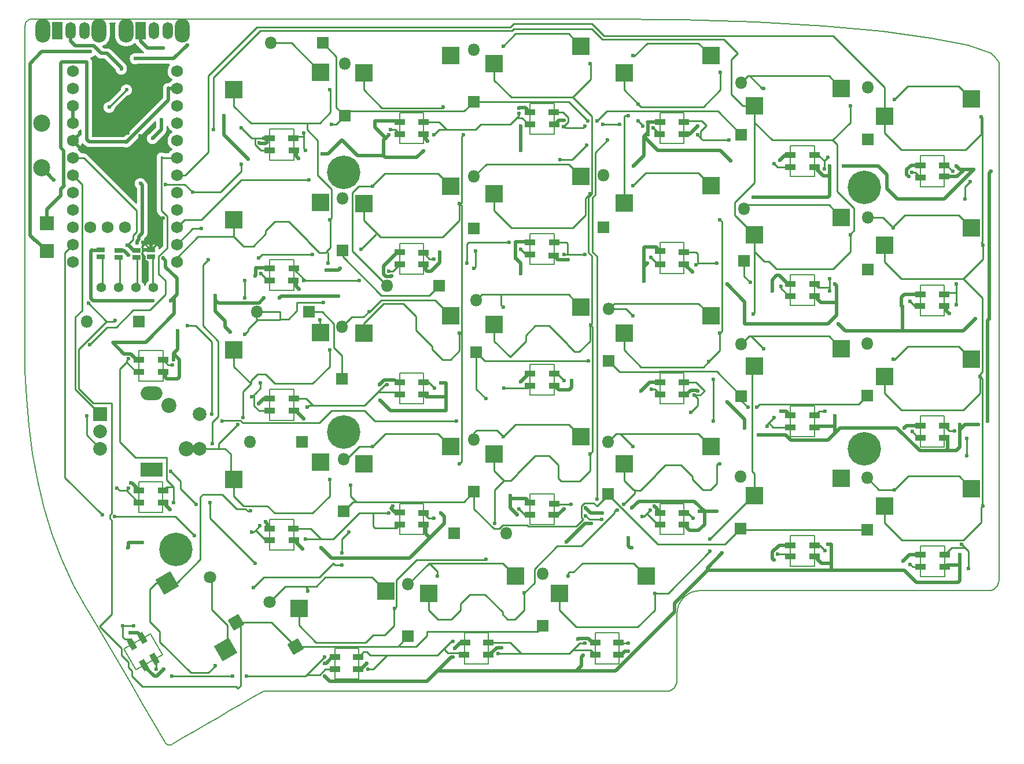
<source format=gbr>
G04 #@! TF.GenerationSoftware,KiCad,Pcbnew,(6.0.0-0)*
G04 #@! TF.CreationDate,2022-05-31T22:11:55-04:00*
G04 #@! TF.ProjectId,Lily58,4c696c79-3538-42e6-9b69-6361645f7063,rev?*
G04 #@! TF.SameCoordinates,Original*
G04 #@! TF.FileFunction,Copper,L2,Bot*
G04 #@! TF.FilePolarity,Positive*
%FSLAX46Y46*%
G04 Gerber Fmt 4.6, Leading zero omitted, Abs format (unit mm)*
G04 Created by KiCad (PCBNEW (6.0.0-0)) date 2022-05-31 22:11:55*
%MOMM*%
%LPD*%
G01*
G04 APERTURE LIST*
G04 Aperture macros list*
%AMHorizOval*
0 Thick line with rounded ends*
0 $1 width*
0 $2 $3 position (X,Y) of the first rounded end (center of the circle)*
0 $4 $5 position (X,Y) of the second rounded end (center of the circle)*
0 Add line between two ends*
20,1,$1,$2,$3,$4,$5,0*
0 Add two circle primitives to create the rounded ends*
1,1,$1,$2,$3*
1,1,$1,$4,$5*%
%AMRotRect*
0 Rectangle, with rotation*
0 The origin of the aperture is its center*
0 $1 length*
0 $2 width*
0 $3 Rotation angle, in degrees counterclockwise*
0 Add horizontal line*
21,1,$1,$2,0,0,$3*%
G04 Aperture macros list end*
G04 #@! TA.AperFunction,Profile*
%ADD10C,0.200000*%
G04 #@! TD*
G04 #@! TA.AperFunction,Profile*
%ADD11C,0.150000*%
G04 #@! TD*
G04 #@! TA.AperFunction,ComponentPad*
%ADD12C,2.200000*%
G04 #@! TD*
G04 #@! TA.AperFunction,ComponentPad*
%ADD13O,2.200000X3.500000*%
G04 #@! TD*
G04 #@! TA.AperFunction,ComponentPad*
%ADD14R,1.500000X2.500000*%
G04 #@! TD*
G04 #@! TA.AperFunction,ComponentPad*
%ADD15O,1.500000X2.500000*%
G04 #@! TD*
G04 #@! TA.AperFunction,SMDPad,CuDef*
%ADD16R,1.600000X0.850000*%
G04 #@! TD*
G04 #@! TA.AperFunction,SMDPad,CuDef*
%ADD17RotRect,1.600000X0.850000X120.000000*%
G04 #@! TD*
G04 #@! TA.AperFunction,SMDPad,CuDef*
%ADD18RotRect,1.600000X0.850000X300.000000*%
G04 #@! TD*
G04 #@! TA.AperFunction,SMDPad,CuDef*
%ADD19R,2.000000X2.000000*%
G04 #@! TD*
G04 #@! TA.AperFunction,ComponentPad*
%ADD20RotRect,1.800000X1.800000X120.000000*%
G04 #@! TD*
G04 #@! TA.AperFunction,ComponentPad*
%ADD21HorizOval,1.800000X0.000000X0.000000X0.000000X0.000000X0*%
G04 #@! TD*
G04 #@! TA.AperFunction,ComponentPad*
%ADD22C,4.900000*%
G04 #@! TD*
G04 #@! TA.AperFunction,ComponentPad*
%ADD23C,2.500000*%
G04 #@! TD*
G04 #@! TA.AperFunction,ComponentPad*
%ADD24C,1.752600*%
G04 #@! TD*
G04 #@! TA.AperFunction,ComponentPad*
%ADD25C,1.397000*%
G04 #@! TD*
G04 #@! TA.AperFunction,SMDPad,CuDef*
%ADD26R,2.550000X2.500000*%
G04 #@! TD*
G04 #@! TA.AperFunction,SMDPad,CuDef*
%ADD27RotRect,2.550000X2.500000X120.000000*%
G04 #@! TD*
G04 #@! TA.AperFunction,ComponentPad*
%ADD28C,2.000000*%
G04 #@! TD*
G04 #@! TA.AperFunction,ComponentPad*
%ADD29R,3.200000X2.000000*%
G04 #@! TD*
G04 #@! TA.AperFunction,ComponentPad*
%ADD30O,3.200000X2.000000*%
G04 #@! TD*
G04 #@! TA.AperFunction,ComponentPad*
%ADD31R,2.000000X2.000000*%
G04 #@! TD*
G04 #@! TA.AperFunction,ComponentPad*
%ADD32O,1.800000X1.800000*%
G04 #@! TD*
G04 #@! TA.AperFunction,ComponentPad*
%ADD33R,1.800000X1.800000*%
G04 #@! TD*
G04 #@! TA.AperFunction,SMDPad,CuDef*
%ADD34R,1.143000X0.635000*%
G04 #@! TD*
G04 #@! TA.AperFunction,ViaPad*
%ADD35C,0.600000*%
G04 #@! TD*
G04 #@! TA.AperFunction,Conductor*
%ADD36C,0.250000*%
G04 #@! TD*
G04 #@! TA.AperFunction,Conductor*
%ADD37C,0.500000*%
G04 #@! TD*
G04 APERTURE END LIST*
D10*
X104807833Y-37086762D02*
X94400000Y-37086762D01*
X82937528Y-82285296D02*
X82937528Y-75978362D01*
X82937528Y-75978362D02*
X82937528Y-69671429D01*
X82937528Y-88592229D02*
X82937528Y-82285296D01*
D11*
X118750000Y-57750000D02*
X118750000Y-53250000D01*
X101310889Y-127109431D02*
X103060889Y-130140520D01*
X103060889Y-130140520D02*
X99163775Y-132390520D01*
X97413775Y-129359431D02*
X101310889Y-127109431D01*
X99163775Y-132390520D02*
X97413775Y-129359431D01*
X118750000Y-72350000D02*
X122250000Y-72350000D01*
X131750000Y-129250000D02*
X131750000Y-133750000D01*
X166350000Y-127000000D02*
X169850000Y-127000000D01*
X160350000Y-111150000D02*
X156850000Y-111150000D01*
X141250000Y-108050000D02*
X141250000Y-112550000D01*
X103099200Y-104864800D02*
X103099200Y-109364800D01*
X137750000Y-108050000D02*
X141250000Y-108050000D01*
X198450000Y-117250000D02*
X194950000Y-117250000D01*
X122250000Y-114850000D02*
X118750000Y-114850000D01*
X156850000Y-111150000D02*
X156850000Y-106650000D01*
X166350000Y-131500000D02*
X166350000Y-127000000D01*
X194950000Y-117250000D02*
X194950000Y-112750000D01*
X141250000Y-112550000D02*
X137750000Y-112550000D01*
X122250000Y-110350000D02*
X122250000Y-114850000D01*
X179350000Y-108050000D02*
X179350000Y-112550000D01*
X175850000Y-108050000D02*
X179350000Y-108050000D01*
X214000000Y-118750000D02*
X214000000Y-114250000D01*
X147250000Y-127000000D02*
X150750000Y-127000000D01*
X150750000Y-131500000D02*
X147250000Y-131500000D01*
X160350000Y-106650000D02*
X160350000Y-111150000D01*
X137750000Y-112550000D02*
X137750000Y-108050000D01*
X150750000Y-127000000D02*
X150750000Y-131500000D01*
X156850000Y-106650000D02*
X160350000Y-106650000D01*
X217500000Y-114250000D02*
X217500000Y-118750000D01*
X99599200Y-104864800D02*
X103099200Y-104864800D01*
X194950000Y-112750000D02*
X198450000Y-112750000D01*
X128250000Y-129250000D02*
X131750000Y-129250000D01*
X103099200Y-109364800D02*
X99599200Y-109364800D01*
X175850000Y-112550000D02*
X175850000Y-108050000D01*
X217500000Y-118750000D02*
X214000000Y-118750000D01*
X214000000Y-114250000D02*
X217500000Y-114250000D01*
X147250000Y-131500000D02*
X147250000Y-127000000D01*
X99599200Y-109364800D02*
X99599200Y-104864800D01*
X118750000Y-114850000D02*
X118750000Y-110350000D01*
X118750000Y-110350000D02*
X122250000Y-110350000D01*
X128250000Y-133750000D02*
X128250000Y-129250000D01*
X169850000Y-127000000D02*
X169850000Y-131500000D01*
X169850000Y-131500000D02*
X166350000Y-131500000D01*
X179350000Y-112550000D02*
X175850000Y-112550000D01*
X198450000Y-112750000D02*
X198450000Y-117250000D01*
X131750000Y-133750000D02*
X128250000Y-133750000D01*
X99624000Y-90170000D02*
X99624000Y-85670000D01*
X103124000Y-85670000D02*
X103124000Y-90170000D01*
X103124000Y-90170000D02*
X99624000Y-90170000D01*
X99624000Y-85670000D02*
X103124000Y-85670000D01*
D10*
X178319348Y-134034052D02*
X178288901Y-134314154D01*
X225460000Y-100326490D02*
X225460000Y-109808112D01*
X82937528Y-63364495D02*
X82937528Y-57057562D01*
D11*
X160350000Y-92150000D02*
X156850000Y-92150000D01*
D10*
X96695647Y-131453701D02*
X98371341Y-134320020D01*
X225204001Y-120128696D02*
X225020912Y-120350648D01*
X169449826Y-135511658D02*
X176819348Y-135511658D01*
D11*
X141250000Y-88950000D02*
X141250000Y-93450000D01*
D10*
X89992869Y-119988423D02*
X91668563Y-122854742D01*
X177658308Y-135255660D02*
X177403500Y-135393876D01*
D11*
X141250000Y-55350000D02*
X137750000Y-55350000D01*
D10*
X178201565Y-134595810D02*
X178063349Y-134850619D01*
X104288864Y-143357278D02*
X104456758Y-143271756D01*
D11*
X122250000Y-72350000D02*
X122250000Y-76850000D01*
D10*
X225460000Y-43436755D02*
X225460000Y-52918378D01*
D11*
X198450000Y-60150000D02*
X194950000Y-60150000D01*
D10*
X136027379Y-37086762D02*
X125619545Y-37086762D01*
X104130206Y-143404468D02*
X104288864Y-143357278D01*
X83245570Y-37394123D02*
X83400937Y-37265961D01*
X103842470Y-143386445D02*
X103981252Y-143413974D01*
D11*
X179350000Y-50850000D02*
X179350000Y-55350000D01*
D10*
X82937528Y-50750629D02*
X82937528Y-44443695D01*
X103597295Y-143222884D02*
X103714328Y-143322532D01*
X116186619Y-136480784D02*
X117862313Y-135510645D01*
X224278471Y-42156190D02*
X220889319Y-40963847D01*
D11*
X217450000Y-80550000D02*
X213950000Y-80550000D01*
D10*
X103981252Y-143413974D02*
X104130206Y-143404468D01*
D11*
X194950000Y-93750000D02*
X198450000Y-93750000D01*
X156850000Y-87650000D02*
X160350000Y-87650000D01*
D10*
X224900000Y-42700000D02*
X224278471Y-42156190D01*
X178319348Y-131597973D02*
X178319348Y-132816013D01*
D11*
X137750000Y-74450000D02*
X137750000Y-69950000D01*
D10*
X178319348Y-129161894D02*
X178319348Y-130379933D01*
D11*
X118750000Y-76850000D02*
X118750000Y-72350000D01*
X122250000Y-91350000D02*
X122250000Y-95850000D01*
D10*
X83579303Y-37169210D02*
X83776462Y-37108075D01*
X178594174Y-122926713D02*
X178916678Y-122332160D01*
X178390391Y-123583911D02*
X178594174Y-122926713D01*
X104456758Y-143271756D02*
X106132452Y-142301617D01*
X197622092Y-120789735D02*
X202889673Y-120789735D01*
X213424836Y-120789735D02*
X218692418Y-120789735D01*
X225460000Y-90844867D02*
X225460000Y-100326490D01*
D11*
X160350000Y-49460000D02*
X160350000Y-53960000D01*
D10*
X91668563Y-122854742D02*
X93344258Y-125721062D01*
X139971738Y-135511658D02*
X147341260Y-135511658D01*
X82937528Y-44443695D02*
X82937528Y-38136762D01*
X224900000Y-42700000D02*
X225460000Y-43436755D01*
D11*
X179350000Y-55350000D02*
X175850000Y-55350000D01*
D10*
X83400937Y-37265961D02*
X83579303Y-37169210D01*
D11*
X118750000Y-91350000D02*
X122250000Y-91350000D01*
D10*
X95019952Y-128587381D02*
X96695647Y-131453701D01*
D11*
X137750000Y-69950000D02*
X141250000Y-69950000D01*
D10*
X192354511Y-120789735D02*
X197622092Y-120789735D01*
D11*
X156850000Y-68550000D02*
X160350000Y-68550000D01*
D10*
X181819348Y-120789735D02*
X187086929Y-120789735D01*
X177880261Y-135072571D02*
X177658308Y-135255660D01*
X103398425Y-142918979D02*
X103491837Y-143088150D01*
D11*
X175850000Y-74350000D02*
X175850000Y-69850000D01*
D10*
X225020912Y-120350648D02*
X224798960Y-120533736D01*
D11*
X141250000Y-93450000D02*
X137750000Y-93450000D01*
D10*
X83020657Y-37727855D02*
X83117409Y-37549489D01*
D11*
X217450000Y-95250000D02*
X217450000Y-99750000D01*
D10*
X106132452Y-142301617D02*
X107808147Y-141331479D01*
D11*
X179350000Y-69850000D02*
X179350000Y-74350000D01*
X141250000Y-74450000D02*
X137750000Y-74450000D01*
D10*
X215525697Y-39885159D02*
X208420758Y-38945561D01*
D11*
X213950000Y-76050000D02*
X217450000Y-76050000D01*
D10*
X177403500Y-135393876D02*
X177121844Y-135481211D01*
D11*
X122250000Y-57750000D02*
X118750000Y-57750000D01*
X194950000Y-79050000D02*
X194950000Y-74550000D01*
X160350000Y-68550000D02*
X160350000Y-73050000D01*
X175850000Y-88950000D02*
X179350000Y-88950000D01*
X213950000Y-95250000D02*
X217450000Y-95250000D01*
X160350000Y-73050000D02*
X156850000Y-73050000D01*
X122250000Y-53250000D02*
X122250000Y-57750000D01*
X198450000Y-98250000D02*
X194950000Y-98250000D01*
D10*
X178319348Y-126725814D02*
X178319348Y-127943854D01*
X178063349Y-134850619D02*
X177880261Y-135072571D01*
X224262495Y-120759288D02*
X223959999Y-120789735D01*
X83135690Y-92617561D02*
X83490297Y-96657663D01*
D11*
X137750000Y-55350000D02*
X137750000Y-50850000D01*
D10*
X178319348Y-132816013D02*
X178319348Y-134034052D01*
D11*
X137750000Y-50850000D02*
X141250000Y-50850000D01*
D10*
X179343884Y-121814271D02*
X179861773Y-121387065D01*
X125619545Y-37086762D02*
X115211711Y-37086762D01*
X225460000Y-109808112D02*
X225460000Y-119289735D01*
X88291758Y-116318073D02*
X89993333Y-119989540D01*
X83117409Y-37549489D02*
X83245570Y-37394123D01*
D11*
X217450000Y-99750000D02*
X213950000Y-99750000D01*
X122250000Y-95850000D02*
X118750000Y-95850000D01*
D10*
X178916678Y-122332160D02*
X179343884Y-121814271D01*
X83490297Y-96657663D02*
X84020972Y-100690825D01*
X103714328Y-143322532D02*
X103842470Y-143386445D01*
X82938210Y-38136762D02*
X82959523Y-37925015D01*
X208157255Y-120789735D02*
X213424836Y-120789735D01*
X125232695Y-135511658D02*
X132602217Y-135511658D01*
X225460000Y-52918378D02*
X225460000Y-62400000D01*
D11*
X118750000Y-53250000D02*
X122250000Y-53250000D01*
D10*
X83776462Y-37108075D02*
X83988210Y-37086762D01*
X112835230Y-138421062D02*
X114510925Y-137450923D01*
X154710782Y-135511658D02*
X162080304Y-135511658D01*
X109483841Y-140361340D02*
X111159536Y-139391201D01*
X179861773Y-121387065D02*
X180456326Y-121064561D01*
D11*
X122250000Y-76850000D02*
X118750000Y-76850000D01*
D10*
X178319348Y-127943854D02*
X178319348Y-129161894D01*
D11*
X156850000Y-49460000D02*
X160350000Y-49460000D01*
D10*
X146435213Y-37086762D02*
X136027379Y-37086762D01*
D11*
X213950000Y-99750000D02*
X213950000Y-95250000D01*
D10*
X218692418Y-120789735D02*
X223959999Y-120789735D01*
X85688004Y-108649127D02*
X86863105Y-112530670D01*
X86863105Y-112530670D02*
X88291758Y-116318073D01*
D11*
X194950000Y-55650000D02*
X198450000Y-55650000D01*
D10*
X178288901Y-134314154D02*
X178201565Y-134595810D01*
X162080304Y-135511658D02*
X169449826Y-135511658D01*
X156843047Y-37086762D02*
X146435213Y-37086762D01*
D11*
X179350000Y-74350000D02*
X175850000Y-74350000D01*
D10*
X178319348Y-130379933D02*
X178319348Y-131597973D01*
D11*
X137750000Y-88950000D02*
X141250000Y-88950000D01*
D10*
X117863173Y-135511658D02*
X125232695Y-135511658D01*
X180456326Y-121064561D02*
X181113524Y-120860778D01*
D11*
X198450000Y-74550000D02*
X198450000Y-79050000D01*
X175850000Y-55350000D02*
X175850000Y-50850000D01*
D10*
X189919538Y-37585374D02*
X178989563Y-37215654D01*
X107808147Y-141331479D02*
X109483841Y-140361340D01*
X115211711Y-37086762D02*
X104803877Y-37086762D01*
D11*
X194950000Y-98250000D02*
X194950000Y-93750000D01*
X213950000Y-57150000D02*
X217450000Y-57150000D01*
X217450000Y-76050000D02*
X217450000Y-80550000D01*
D10*
X225429552Y-119592231D02*
X225342217Y-119873887D01*
D11*
X137750000Y-93450000D02*
X137750000Y-88950000D01*
D10*
X82937528Y-57057562D02*
X82937528Y-50750629D01*
X225460000Y-71881623D02*
X225460000Y-81363245D01*
X101722730Y-140052659D02*
X103398425Y-142918979D01*
D11*
X175850000Y-69850000D02*
X179350000Y-69850000D01*
X179350000Y-88950000D02*
X179350000Y-93450000D01*
D10*
X181113524Y-120860778D02*
X181819348Y-120789735D01*
X225460000Y-62400000D02*
X225460000Y-71881623D01*
X103491837Y-143088150D02*
X103597295Y-143222884D01*
X84020972Y-100690825D02*
X84747083Y-104695246D01*
X94396044Y-37086762D02*
X83988210Y-37086762D01*
X178319348Y-124289735D02*
X178319348Y-125507775D01*
D11*
X175850000Y-93450000D02*
X175850000Y-88950000D01*
X160350000Y-87650000D02*
X160350000Y-92150000D01*
D10*
X208420758Y-38945561D02*
X199807654Y-38170488D01*
X132602217Y-135511658D02*
X139971738Y-135511658D01*
X82937777Y-88592317D02*
X83135690Y-92617561D01*
D11*
X198450000Y-55650000D02*
X198450000Y-60150000D01*
D10*
X147341260Y-135511658D02*
X154710782Y-135511658D01*
D11*
X141250000Y-50850000D02*
X141250000Y-55350000D01*
X160350000Y-53960000D02*
X156850000Y-53960000D01*
D10*
X178319348Y-124289735D02*
X178390391Y-123583911D01*
D11*
X156850000Y-92150000D02*
X156850000Y-87650000D01*
D10*
X98371341Y-134320020D02*
X100047036Y-137186340D01*
X225342217Y-119873887D02*
X225204001Y-120128696D01*
X202889673Y-120789735D02*
X208157255Y-120789735D01*
X82937528Y-69671429D02*
X82937528Y-63364495D01*
D11*
X198450000Y-93750000D02*
X198450000Y-98250000D01*
X141250000Y-69950000D02*
X141250000Y-74450000D01*
D10*
X111159536Y-139391201D02*
X112835230Y-138421062D01*
D11*
X213950000Y-80550000D02*
X213950000Y-76050000D01*
D10*
X225460000Y-81363245D02*
X225460000Y-90844867D01*
X187086929Y-120789735D02*
X192354511Y-120789735D01*
X220889319Y-40963847D02*
X215525697Y-39885159D01*
D11*
X118750000Y-95850000D02*
X118750000Y-91350000D01*
D10*
X177121844Y-135481211D02*
X176819348Y-135511658D01*
D11*
X156850000Y-73050000D02*
X156850000Y-68550000D01*
X217450000Y-61650000D02*
X213950000Y-61650000D01*
D10*
X84747083Y-104695246D02*
X85688004Y-108649127D01*
D11*
X198450000Y-79050000D02*
X194950000Y-79050000D01*
D10*
X167250881Y-37086762D02*
X156843047Y-37086762D01*
X114510925Y-137450923D02*
X116186619Y-136480784D01*
X224544152Y-120671952D02*
X224262495Y-120759288D01*
X100047036Y-137186340D02*
X101722730Y-140052659D01*
D11*
X194950000Y-60150000D02*
X194950000Y-55650000D01*
X213950000Y-61650000D02*
X213950000Y-57150000D01*
D10*
X93344258Y-125721062D02*
X95019952Y-128587381D01*
X178989563Y-37215654D02*
X167250881Y-37086762D01*
D11*
X217450000Y-57150000D02*
X217450000Y-61650000D01*
D10*
X224798960Y-120533736D02*
X224544152Y-120671952D01*
X225459999Y-119289735D02*
X225429552Y-119592231D01*
D11*
X194950000Y-74550000D02*
X198450000Y-74550000D01*
D10*
X199807654Y-38170488D02*
X189919538Y-37585374D01*
D11*
X179350000Y-93450000D02*
X175850000Y-93450000D01*
X175850000Y-50850000D02*
X179350000Y-50850000D01*
X156850000Y-53960000D02*
X156850000Y-49460000D01*
D10*
X178319348Y-125507775D02*
X178319348Y-126725814D01*
X82959523Y-37925015D02*
X83020657Y-37727855D01*
D12*
X104013000Y-93726000D03*
X106553000Y-100076000D03*
D13*
X85526000Y-38862000D03*
X93726000Y-38862000D03*
D14*
X87626000Y-38862000D03*
D15*
X89626000Y-38862000D03*
X91626000Y-38862000D03*
D13*
X97718000Y-38862000D03*
X105918000Y-38862000D03*
D14*
X99818000Y-38862000D03*
D15*
X101818000Y-38862000D03*
X103818000Y-38862000D03*
D16*
X198501000Y-115824000D03*
X137795000Y-111125000D03*
X122301000Y-73660000D03*
X122301000Y-94488000D03*
X175895000Y-92075000D03*
X198501000Y-57023000D03*
X128270000Y-132334000D03*
X198501000Y-114173000D03*
X198501000Y-95123000D03*
X118745000Y-111760000D03*
X194945000Y-75946000D03*
X217424000Y-77470000D03*
X118745000Y-73660000D03*
X122301000Y-92710000D03*
X166370000Y-130175000D03*
X118745000Y-54610000D03*
X131699000Y-132334000D03*
X156845000Y-50800000D03*
X213995000Y-77470000D03*
X137795000Y-53975000D03*
X194945000Y-95123000D03*
X213995000Y-115570000D03*
X217424000Y-96647000D03*
X160401000Y-52578000D03*
X147193000Y-130175000D03*
D17*
X100330000Y-131699000D03*
D16*
X179324000Y-109474000D03*
X198501000Y-96901000D03*
X141224000Y-71374000D03*
X141224000Y-90297000D03*
X156845000Y-89027000D03*
X137795000Y-73025000D03*
X99568000Y-106172000D03*
D18*
X98552000Y-128651000D03*
D16*
X217551000Y-117348000D03*
X160274000Y-109728000D03*
X213995000Y-98425000D03*
X103124000Y-88773000D03*
X99568000Y-107950000D03*
X156845000Y-69850000D03*
X179324000Y-53975000D03*
X118745000Y-56388000D03*
X103124000Y-106172000D03*
X179324000Y-52197000D03*
X141224000Y-92075000D03*
X156845000Y-52578000D03*
X169799000Y-128397000D03*
X141224000Y-52197000D03*
X160274000Y-50800000D03*
X175895000Y-109474000D03*
X160274000Y-71755000D03*
X160401000Y-69850000D03*
X103124000Y-86995000D03*
X128270000Y-130556000D03*
X194945000Y-77724000D03*
X131699000Y-130556000D03*
X213868000Y-79121000D03*
X141224000Y-111125000D03*
X141224000Y-73025000D03*
X217551000Y-115570000D03*
X122174000Y-111760000D03*
X213995000Y-60325000D03*
X213995000Y-117348000D03*
X103124000Y-107950000D03*
X147320000Y-128397000D03*
X99568000Y-88773000D03*
X194945000Y-96901000D03*
X175895000Y-71120000D03*
X179324000Y-73025000D03*
X166370000Y-128397000D03*
X213995000Y-96647000D03*
X156845000Y-107950000D03*
X122174000Y-54610000D03*
X99568000Y-86995000D03*
X179324000Y-90297000D03*
X213995000Y-58547000D03*
X175768000Y-53975000D03*
X137795000Y-71247000D03*
X122301000Y-56388000D03*
X217424000Y-98425000D03*
D19*
X86106000Y-67056000D03*
D16*
X137795000Y-92075000D03*
X198501000Y-75946000D03*
X137795000Y-52197000D03*
X175895000Y-111125000D03*
X198501000Y-58801000D03*
X217424000Y-58547000D03*
X118745000Y-92710000D03*
X118745000Y-113411000D03*
X217424000Y-79121000D03*
X150749000Y-130175000D03*
X194945000Y-114173000D03*
X175895000Y-90297000D03*
X137795000Y-109347000D03*
X122174000Y-75438000D03*
X156845000Y-109728000D03*
D18*
X101854000Y-130810000D03*
D16*
X217424000Y-60198000D03*
X156845000Y-90805000D03*
D19*
X86106000Y-71120000D03*
D16*
X122301000Y-113411000D03*
X160401000Y-108077000D03*
X160401000Y-89027000D03*
D17*
X100076000Y-127762000D03*
D16*
X194945000Y-115824000D03*
X179324000Y-92075000D03*
X150749000Y-128397000D03*
X141224000Y-53975000D03*
X118745000Y-94488000D03*
X194945000Y-58801000D03*
X156845000Y-71628000D03*
X141224000Y-109474000D03*
X179324000Y-111125000D03*
X169799000Y-130175000D03*
X175895000Y-73025000D03*
X118745000Y-75438000D03*
X198501000Y-77724000D03*
X137795000Y-90297000D03*
X175895000Y-52197000D03*
X160401000Y-90805000D03*
X194945000Y-57023000D03*
X179324000Y-71247000D03*
D20*
X113792000Y-125471114D03*
D21*
X109982000Y-118872000D03*
D22*
X129600000Y-59600000D03*
X205800000Y-61800000D03*
X129600000Y-97600000D03*
X205800000Y-100000000D03*
X105000000Y-114800000D03*
D23*
X85344000Y-58876000D03*
X85344000Y-52376000D03*
D24*
X97566005Y-67596130D03*
X95026005Y-67596130D03*
X92486005Y-67596130D03*
X105186005Y-44736130D03*
X105186005Y-47276130D03*
X105186005Y-49816130D03*
X105186005Y-52356130D03*
X105186005Y-54896130D03*
X105186005Y-57436130D03*
X105186005Y-59976130D03*
X105186005Y-62516130D03*
X105186005Y-65056130D03*
X105186005Y-67596130D03*
X105186005Y-70136130D03*
X105186005Y-72676130D03*
X89946005Y-72676130D03*
X89946005Y-70136130D03*
X89946005Y-67596130D03*
X89946005Y-65056130D03*
X89946005Y-62516130D03*
X89946005Y-59976130D03*
X89946005Y-57436130D03*
X89946005Y-54896130D03*
X89946005Y-52356130D03*
X89946005Y-49816130D03*
X89946005Y-47276130D03*
X89946005Y-44736130D03*
D25*
X94107000Y-76454000D03*
X96647000Y-76454000D03*
X99187000Y-76454000D03*
X101727000Y-76454000D03*
D26*
X145200000Y-42480000D03*
X132500000Y-45020000D03*
X164300000Y-41090000D03*
X151600000Y-43630000D03*
X183300000Y-42480000D03*
X170600000Y-45020000D03*
X202400000Y-47280000D03*
X189700000Y-49820000D03*
X221400000Y-48780000D03*
X208700000Y-51320000D03*
X126200000Y-63980000D03*
X113500000Y-66520000D03*
X145200000Y-61580000D03*
X132500000Y-64120000D03*
X164300000Y-60180000D03*
X151600000Y-62720000D03*
X183300000Y-61480000D03*
X170600000Y-64020000D03*
X202400000Y-66180000D03*
X189700000Y-68720000D03*
X221400000Y-67680000D03*
X208700000Y-70220000D03*
X126200000Y-82980000D03*
X113500000Y-85520000D03*
X145200000Y-80580000D03*
X132500000Y-83120000D03*
X164300000Y-79280000D03*
X151600000Y-81820000D03*
X183300000Y-80580000D03*
X170600000Y-83120000D03*
X202400000Y-85380000D03*
X189700000Y-87920000D03*
X221400000Y-86880000D03*
X208700000Y-89420000D03*
X126200000Y-101980000D03*
X113500000Y-104520000D03*
X145200000Y-99680000D03*
X132500000Y-102220000D03*
X164300000Y-98280000D03*
X151600000Y-100820000D03*
X183300000Y-99680000D03*
X170600000Y-102220000D03*
X202400000Y-104380000D03*
X189700000Y-106920000D03*
X221450000Y-105880000D03*
X208750000Y-108420000D03*
D27*
X112284050Y-129376345D03*
X103734346Y-119647822D03*
D26*
X135700000Y-120880000D03*
X123000000Y-123420000D03*
X154700000Y-118630000D03*
X142000000Y-121170000D03*
X173800000Y-118630000D03*
X161100000Y-121170000D03*
X126200000Y-44880000D03*
X113500000Y-47420000D03*
D28*
X108454600Y-94996000D03*
X108454600Y-99996000D03*
D29*
X101454600Y-103096000D03*
D30*
X101454600Y-91896000D03*
D28*
X93954600Y-97496000D03*
X93954600Y-99996000D03*
D31*
X93954600Y-94996000D03*
D32*
X206146400Y-104292400D03*
D33*
X206146400Y-111912400D03*
D32*
X206197200Y-84632800D03*
D33*
X206197200Y-92252800D03*
D32*
X148640800Y-98704400D03*
D33*
X148640800Y-106324400D03*
D32*
X187756800Y-84683600D03*
D33*
X187756800Y-92303600D03*
D32*
X206248000Y-66141600D03*
D33*
X206248000Y-73761600D03*
D32*
X129413000Y-63373000D03*
D33*
X129413000Y-70993000D03*
D32*
X148945600Y-78282800D03*
D33*
X148945600Y-85902800D03*
D32*
X118872000Y-40640000D03*
D33*
X126492000Y-40640000D03*
D21*
X118745000Y-122430443D03*
D20*
X122555000Y-129029557D03*
D32*
X167589200Y-59994800D03*
D33*
X167589200Y-67614800D03*
D32*
X188163200Y-64897000D03*
D33*
X188163200Y-72517000D03*
D32*
X135890000Y-76200000D03*
D33*
X143510000Y-76200000D03*
D32*
X129540000Y-101600000D03*
D33*
X129540000Y-109220000D03*
D32*
X115824000Y-99060000D03*
D33*
X123444000Y-99060000D03*
D32*
X168250000Y-99060000D03*
D33*
X168250000Y-106680000D03*
D32*
X148590000Y-60198000D03*
D33*
X148590000Y-67818000D03*
D32*
X187756800Y-46431200D03*
D33*
X187756800Y-54051200D03*
D32*
X158700000Y-118364000D03*
D33*
X158700000Y-125984000D03*
D32*
X116840000Y-80010000D03*
D33*
X124460000Y-80010000D03*
D32*
X129336800Y-82194400D03*
D33*
X129336800Y-89814400D03*
D32*
X168351200Y-79552800D03*
D33*
X168351200Y-87172800D03*
D32*
X153365200Y-112420400D03*
D33*
X145745200Y-112420400D03*
D32*
X206298800Y-47142400D03*
D33*
X206298800Y-54762400D03*
D32*
X129692400Y-43688000D03*
D33*
X129692400Y-51308000D03*
D32*
X148590000Y-41605200D03*
D33*
X148590000Y-49225200D03*
D32*
X187655200Y-104140000D03*
D33*
X187655200Y-111760000D03*
D32*
X91948000Y-81407000D03*
D33*
X99568000Y-81407000D03*
D32*
X138988800Y-119888000D03*
D33*
X138988800Y-127508000D03*
X126492000Y-40640000D03*
D32*
X118872000Y-40640000D03*
D33*
X129692400Y-51308000D03*
D32*
X129692400Y-43688000D03*
D33*
X148590000Y-49225200D03*
D32*
X148590000Y-41605200D03*
D33*
X145745200Y-112420400D03*
D32*
X153365200Y-112420400D03*
D33*
X187756800Y-54051200D03*
D32*
X187756800Y-46431200D03*
D33*
X206298800Y-54762400D03*
D32*
X206298800Y-47142400D03*
D33*
X129413000Y-70993000D03*
D32*
X129413000Y-63373000D03*
D33*
X143510000Y-76200000D03*
D32*
X135890000Y-76200000D03*
D33*
X148590000Y-67818000D03*
D32*
X148590000Y-60198000D03*
D33*
X167589200Y-67614800D03*
D32*
X167589200Y-59994800D03*
D33*
X188163200Y-72517000D03*
D32*
X188163200Y-64897000D03*
D33*
X206248000Y-73761600D03*
D32*
X206248000Y-66141600D03*
D33*
X124460000Y-80010000D03*
D32*
X116840000Y-80010000D03*
D33*
X129336800Y-89814400D03*
D32*
X129336800Y-82194400D03*
D33*
X148945600Y-85902800D03*
D32*
X148945600Y-78282800D03*
D33*
X168351200Y-87172800D03*
D32*
X168351200Y-79552800D03*
D33*
X187756800Y-92303600D03*
D32*
X187756800Y-84683600D03*
D33*
X206197200Y-92252800D03*
D32*
X206197200Y-84632800D03*
D33*
X123444000Y-99060000D03*
D32*
X115824000Y-99060000D03*
D33*
X129540000Y-109220000D03*
D32*
X129540000Y-101600000D03*
D33*
X148640800Y-106324400D03*
D32*
X148640800Y-98704400D03*
D33*
X168250000Y-106680000D03*
D32*
X168250000Y-99060000D03*
D33*
X187655200Y-111760000D03*
D32*
X187655200Y-104140000D03*
D33*
X99568000Y-81407000D03*
D32*
X91948000Y-81407000D03*
D20*
X122555000Y-129029557D03*
D21*
X118745000Y-122430443D03*
D33*
X138988800Y-127508000D03*
D32*
X138988800Y-119888000D03*
D33*
X158700000Y-125984000D03*
D32*
X158700000Y-118364000D03*
D34*
X101376005Y-71951760D03*
X101376005Y-70951000D03*
X99210810Y-71993760D03*
X99210810Y-70993000D03*
X96610810Y-71993760D03*
X96610810Y-70993000D03*
X94010005Y-71951760D03*
X94010005Y-70951000D03*
D33*
X206146400Y-111912400D03*
D32*
X206146400Y-104292400D03*
D21*
X109982000Y-118872000D03*
D20*
X113792000Y-125471114D03*
D35*
X110363000Y-99314000D03*
X96139000Y-81280000D03*
X92202000Y-78740000D03*
X145200000Y-42480000D03*
X152900000Y-41090000D03*
X107442000Y-62484000D03*
X109982000Y-107950000D03*
X165275011Y-52070000D03*
X116586000Y-116840000D03*
X127762000Y-52578000D03*
X109728000Y-72390000D03*
X114554000Y-58420000D03*
X166624000Y-52070000D03*
X103505000Y-61341000D03*
X171900000Y-42480000D03*
X166614411Y-107432411D03*
X168148000Y-54864000D03*
X124968000Y-71628000D03*
X148844000Y-71120000D03*
X148590000Y-73660000D03*
X117094000Y-72136000D03*
X189075500Y-75692000D03*
X191000000Y-47280000D03*
X189992000Y-93980000D03*
X111760000Y-96012000D03*
X150368000Y-92710000D03*
X165384762Y-87172800D03*
X110236000Y-94996000D03*
X188722000Y-93980000D03*
X106680000Y-82042000D03*
X146050000Y-96012000D03*
X210185000Y-48895000D03*
X96012000Y-109982000D03*
X130302000Y-112268000D03*
X129286000Y-115316000D03*
X116332000Y-120396000D03*
X94234000Y-109728000D03*
X107696000Y-112776000D03*
X129286000Y-117094000D03*
X130556000Y-105410000D03*
X126200000Y-63980000D03*
X133800000Y-61580000D03*
X171900000Y-61480000D03*
X210000000Y-67680000D03*
X115094089Y-83274089D03*
X126619000Y-78613000D03*
X126111000Y-81153000D03*
X133288411Y-79948411D03*
X152900000Y-79280000D03*
X171900000Y-80580000D03*
X191000000Y-85380000D03*
X210000000Y-86880000D03*
X126238000Y-101854000D03*
X133800000Y-99680000D03*
X152900000Y-98280000D03*
X171900000Y-99680000D03*
X202364430Y-104415570D03*
X210185000Y-106045000D03*
X124300000Y-120880000D03*
X143300000Y-118630000D03*
X99316872Y-69858658D03*
X99822000Y-61214000D03*
X102870000Y-51839061D03*
X101600000Y-54610000D03*
X98042799Y-71656727D03*
X110800000Y-77600000D03*
X181356000Y-52832000D03*
X155448000Y-74422000D03*
X116646589Y-74736589D03*
X120142000Y-77978000D03*
X181356000Y-91567000D03*
X128778000Y-77724000D03*
X171704000Y-114554000D03*
X192532000Y-116332000D03*
X105156000Y-77089000D03*
X136779000Y-108458000D03*
X173990000Y-72898000D03*
X211455000Y-116459000D03*
X117856000Y-77978000D03*
X132969000Y-131445000D03*
X104267000Y-78359000D03*
X175006000Y-108458000D03*
X173482000Y-75449020D03*
X136562029Y-74722511D03*
X118110000Y-110744000D03*
X134874000Y-92964000D03*
X143764000Y-90424000D03*
X188214000Y-97028000D03*
X223774000Y-96012000D03*
X221742000Y-59182000D03*
X171196000Y-113051030D03*
X98425000Y-105029000D03*
X153924000Y-106934000D03*
X224282000Y-59436000D03*
X162941000Y-90053500D03*
X162169500Y-113655500D03*
X224028000Y-81026000D03*
X201422000Y-95250000D03*
X192278000Y-76941011D03*
X190246000Y-98044000D03*
X219710000Y-96520000D03*
X189484000Y-63246000D03*
X123698000Y-95631000D03*
X154940000Y-109728000D03*
X221996000Y-81026000D03*
X154686000Y-72136000D03*
X112950000Y-82931000D03*
X122936000Y-57531000D03*
X152654000Y-129159000D03*
X87122000Y-60706000D03*
X185674000Y-93218000D03*
X103251000Y-132334000D03*
X219202000Y-58674000D03*
X201930000Y-81788000D03*
X97733541Y-86118489D03*
X101600000Y-78359000D03*
X141859000Y-54991000D03*
X161802760Y-51938240D03*
X211328000Y-79248000D03*
X103124000Y-72136000D03*
X222425011Y-96520000D03*
X165770349Y-110962651D03*
X200660000Y-58674000D03*
X171186461Y-129657462D03*
X202692000Y-58674000D03*
X223149501Y-108420000D03*
X222700000Y-89420000D03*
X223099501Y-70220000D03*
X222885000Y-51435000D03*
X189700000Y-106920000D03*
X189484000Y-80324510D03*
X203700000Y-68720000D03*
X183134000Y-113284000D03*
X110490000Y-53340000D03*
X183134000Y-115062000D03*
X189700000Y-87920000D03*
X203700000Y-49820000D03*
X175100000Y-121170000D03*
X170688000Y-64008000D03*
X171196000Y-51308000D03*
X183007000Y-87249000D03*
X170513861Y-108124139D03*
X184600000Y-83120000D03*
X155956000Y-121158000D03*
X184600000Y-102220000D03*
X183642000Y-96012000D03*
X161268023Y-57679977D03*
X183642000Y-89916000D03*
X184600000Y-66482446D03*
X169630683Y-109007317D03*
X165100000Y-55626000D03*
X184658000Y-44958000D03*
X172683777Y-49566223D03*
X165600000Y-62720000D03*
X165735000Y-81915000D03*
X124460000Y-60706000D03*
X165600000Y-43630000D03*
X150368000Y-116170979D03*
X151638000Y-110924000D03*
X137000000Y-123420000D03*
X151600000Y-62720000D03*
X165600000Y-100820000D03*
X110734346Y-131772178D03*
X147066000Y-54102000D03*
X146500000Y-83120000D03*
X132500000Y-102220000D03*
X146500000Y-102220000D03*
X144145000Y-50000980D03*
X115961500Y-109075490D03*
X132080000Y-70866000D03*
X108712000Y-67818000D03*
X146500000Y-64120000D03*
X127254000Y-72898000D03*
X127500000Y-47420000D03*
X127500000Y-104520000D03*
X127500000Y-66520000D03*
X127500000Y-85520000D03*
X114046000Y-96520000D03*
X114868589Y-95443411D03*
X100210810Y-69793380D03*
X103124000Y-66294000D03*
X101600000Y-61793250D03*
X99794398Y-54239500D03*
X101854000Y-67056000D03*
X98001089Y-53805089D03*
X101600000Y-60452000D03*
X97910810Y-70243390D03*
X97790000Y-47498000D03*
X95250000Y-50038000D03*
X162400000Y-118630000D03*
X123698000Y-53848000D03*
X123952000Y-56388000D03*
X136398000Y-53340000D03*
X155194000Y-50964503D03*
X142748000Y-54102000D03*
X161717283Y-52912717D03*
X169975500Y-52578000D03*
X167523500Y-52578000D03*
X164846000Y-52832000D03*
X172698023Y-52048023D03*
X173355000Y-52832000D03*
X174854011Y-53059521D03*
X185928000Y-54864000D03*
X192532000Y-58293000D03*
X181356000Y-54102000D03*
X199910500Y-59092026D03*
X200427977Y-57382023D03*
X212725000Y-59525500D03*
X221234000Y-60960000D03*
X219202000Y-78994000D03*
X220472000Y-63500000D03*
X218694000Y-59423500D03*
X219202000Y-75946000D03*
X116078000Y-92456000D03*
X117348000Y-90424000D03*
X117462500Y-74407766D03*
X115062000Y-77978000D03*
X115062000Y-75438000D03*
X136144000Y-74041000D03*
X123698000Y-75438000D03*
X131826000Y-75438000D03*
X155448000Y-70866000D03*
X142748000Y-72263000D03*
X147574000Y-72898000D03*
X153797000Y-69850000D03*
X164846000Y-71628000D03*
X174498000Y-72009000D03*
X161798000Y-71628000D03*
X193581862Y-76233010D03*
X181102000Y-73152000D03*
X184150000Y-72898000D03*
X212471000Y-78486000D03*
X200660000Y-76962000D03*
X200660000Y-75184000D03*
X135890000Y-90678000D03*
X124206000Y-93980000D03*
X142875000Y-91186000D03*
X153035000Y-91186000D03*
X174625000Y-91313000D03*
X161798000Y-90043000D03*
X192553977Y-95482023D03*
X180340000Y-94742000D03*
X180848000Y-92202000D03*
X191516000Y-96774000D03*
X200025000Y-94500500D03*
X212746977Y-97514023D03*
X220980000Y-117602000D03*
X218948000Y-97409000D03*
X219964000Y-114046000D03*
X220726000Y-98552000D03*
X220726000Y-101092000D03*
X123952000Y-113284000D03*
X136144000Y-109474000D03*
X117292717Y-111307283D03*
X104267000Y-103378000D03*
X104521000Y-87757000D03*
X116078000Y-112268000D03*
X107950000Y-108204000D03*
X155194000Y-108839000D03*
X142748000Y-110223500D03*
X174424717Y-109039283D03*
X173228000Y-109982000D03*
X162814000Y-108204000D03*
X164985500Y-109816211D03*
X167287854Y-110402281D03*
X180721000Y-110236000D03*
X193040000Y-115443000D03*
X212471000Y-116967000D03*
X200025000Y-114935000D03*
X104648000Y-107950000D03*
X98044000Y-86868000D03*
X97254940Y-125984000D03*
X98806000Y-125984000D03*
X98099394Y-105779560D03*
X96393000Y-105791000D03*
X113284000Y-133350000D03*
X115316000Y-133350000D03*
X126746000Y-130556000D03*
X102108000Y-132334000D03*
X104394000Y-133350000D03*
X145542000Y-128270000D03*
X133096000Y-132334000D03*
X164846000Y-128524000D03*
X152146000Y-130048000D03*
X171196000Y-128524000D03*
X91948000Y-95250000D03*
X92389589Y-84769589D03*
X88138000Y-62992000D03*
X103124000Y-41402000D03*
X84328000Y-69469000D03*
X92456000Y-41910000D03*
X155448000Y-56388000D03*
X129032000Y-73660000D03*
X155194000Y-50165000D03*
X126746000Y-133350000D03*
X163830000Y-127889000D03*
X105283000Y-82804000D03*
X136144000Y-54102000D03*
X134817807Y-90613015D03*
X117856000Y-54610000D03*
X219710000Y-115570000D03*
X181610000Y-109220000D03*
X193548000Y-94500500D03*
X126238000Y-114554000D03*
X115570000Y-57658000D03*
X201422000Y-75946000D03*
X184200510Y-109220000D03*
X193421000Y-57785000D03*
X127000000Y-73914000D03*
X117221000Y-55245000D03*
X161798000Y-108839000D03*
X99072489Y-42913511D03*
X164985500Y-108712000D03*
X167386000Y-109474000D03*
X98004440Y-114554000D03*
X114554000Y-53086000D03*
X126746000Y-131445000D03*
X185657789Y-75946000D03*
X145542000Y-130556000D03*
X145796000Y-129286000D03*
X143637000Y-71247000D03*
X171704000Y-108712000D03*
X104140000Y-108966000D03*
X162433000Y-72390000D03*
X200406000Y-114046000D03*
X126394511Y-56896000D03*
X123063000Y-76708000D03*
X184912000Y-115316000D03*
X112014000Y-51308000D03*
X143764000Y-109474000D03*
X211603977Y-97006023D03*
X155483342Y-90205342D03*
X100076000Y-113792000D03*
X212240897Y-60161778D03*
X117094000Y-93472000D03*
X180594000Y-74168000D03*
X155448000Y-52832000D03*
X97028000Y-44450000D03*
X123571000Y-114681000D03*
X186182000Y-57912000D03*
X98298000Y-127000000D03*
X173101000Y-91567000D03*
X104652437Y-86968375D03*
X106703676Y-40917676D03*
X141224000Y-56449020D03*
X174117000Y-54102000D03*
X218186000Y-80264000D03*
X171958000Y-58674000D03*
X164592000Y-130302000D03*
D36*
X110363000Y-96139000D02*
X110363000Y-99314000D01*
X111185481Y-95316519D02*
X110363000Y-96139000D01*
D37*
X104775000Y-77851000D02*
X105156000Y-77470000D01*
X104775000Y-80264000D02*
X100584000Y-84455000D01*
X97421489Y-86118489D02*
X97733541Y-86118489D01*
X104267000Y-78359000D02*
X104775000Y-77851000D01*
X104775000Y-77851000D02*
X104775000Y-80264000D01*
X100584000Y-84455000D02*
X95758000Y-84455000D01*
X95758000Y-84455000D02*
X97421489Y-86118489D01*
D36*
X104267000Y-103378000D02*
X105664000Y-104775000D01*
X105664000Y-104775000D02*
X105664000Y-105918000D01*
X105664000Y-105918000D02*
X107950000Y-108204000D01*
X103632000Y-104648000D02*
X103632000Y-101346000D01*
X103632000Y-101346000D02*
X99060000Y-101346000D01*
X99060000Y-101346000D02*
X96774000Y-99060000D01*
X96774000Y-99060000D02*
X96774000Y-88392000D01*
X104648000Y-105664000D02*
X103632000Y-104648000D01*
X96774000Y-88392000D02*
X97790000Y-87376000D01*
D37*
X105537000Y-89535000D02*
X105283000Y-89789000D01*
X105537000Y-86995000D02*
X105537000Y-89535000D01*
X104648000Y-86106000D02*
X105537000Y-86995000D01*
D36*
X118872000Y-40640000D02*
X121960000Y-40640000D01*
X121960000Y-40640000D02*
X126200000Y-44880000D01*
X137749511Y-128986511D02*
X140126489Y-128986511D01*
X122555000Y-129029557D02*
X119001443Y-125476000D01*
X141761480Y-127351520D02*
X141761480Y-126775480D01*
X138988800Y-127508000D02*
X137629900Y-128866900D01*
X98552000Y-132588000D02*
X98044000Y-132080000D01*
X95387489Y-109723318D02*
X95631000Y-109479807D01*
X98044000Y-131318000D02*
X97028000Y-130302000D01*
X114450846Y-126134846D02*
X114450846Y-134723154D01*
X157908520Y-126775480D02*
X158700000Y-125984000D01*
X140126489Y-128986511D02*
X141761480Y-127351520D01*
X98552000Y-133350000D02*
X98552000Y-132588000D01*
X92939318Y-93345000D02*
X90805000Y-91210682D01*
X93803152Y-126061152D02*
X95631000Y-124233304D01*
X98044000Y-132080000D02*
X98044000Y-131318000D01*
X95387489Y-110240682D02*
X95387489Y-109723318D01*
X95631000Y-124233304D02*
X95631000Y-110484193D01*
X94869000Y-81407000D02*
X92202000Y-78740000D01*
X141761480Y-126775480D02*
X157908520Y-126775480D01*
X114046000Y-135128000D02*
X113792000Y-134874000D01*
X113792000Y-125476000D02*
X114450846Y-126134846D01*
X96012000Y-81407000D02*
X96139000Y-81280000D01*
X97028000Y-130302000D02*
X97028000Y-129286000D01*
X90805000Y-91210682D02*
X90805000Y-85471000D01*
X113792000Y-134874000D02*
X100076000Y-134874000D01*
X137629900Y-128866900D02*
X137749511Y-128986511D01*
X137471320Y-129025480D02*
X122559077Y-129025480D01*
X100076000Y-134874000D02*
X98552000Y-133350000D01*
X114450846Y-134723154D02*
X114046000Y-135128000D01*
X90805000Y-85471000D02*
X94869000Y-81407000D01*
X97028000Y-129286000D02*
X93803152Y-126061152D01*
X95631000Y-93345000D02*
X92939318Y-93345000D01*
X95631000Y-109479807D02*
X95631000Y-93345000D01*
X95631000Y-110484193D02*
X95387489Y-110240682D01*
X119001443Y-125476000D02*
X113792000Y-125476000D01*
X137629900Y-128866900D02*
X137471320Y-129025480D01*
X94869000Y-81407000D02*
X96012000Y-81407000D01*
X162465479Y-39255479D02*
X164300000Y-41090000D01*
X152900000Y-41090000D02*
X154734521Y-39255479D01*
X154734521Y-39255479D02*
X162465479Y-39255479D01*
X111506000Y-62484000D02*
X114554000Y-59436000D01*
X128467889Y-42615889D02*
X128467889Y-50083489D01*
X168068520Y-50625480D02*
X184331080Y-50625480D01*
X166624000Y-52070000D02*
X168068520Y-50625480D01*
X126492000Y-40640000D02*
X128467889Y-42615889D01*
X128467889Y-50083489D02*
X129692400Y-51308000D01*
X108966000Y-73152000D02*
X109728000Y-72390000D01*
X148590000Y-49225200D02*
X162509200Y-49225200D01*
X162509200Y-49225200D02*
X165275011Y-51991011D01*
X109982000Y-110236000D02*
X109982000Y-107950000D01*
X128422400Y-52578000D02*
X129692400Y-51308000D01*
X127762000Y-52578000D02*
X128422400Y-52578000D01*
X103505000Y-61341000D02*
X104662931Y-61341000D01*
X184331080Y-50625480D02*
X187756800Y-54051200D01*
X165275011Y-51991011D02*
X165275011Y-52070000D01*
X114554000Y-59436000D02*
X114554000Y-58420000D01*
X147189720Y-50625480D02*
X148590000Y-49225200D01*
X104688612Y-61315319D02*
X106273319Y-61315319D01*
X116586000Y-116840000D02*
X109982000Y-110236000D01*
X111185481Y-84261481D02*
X108966000Y-82042000D01*
X108966000Y-82042000D02*
X108966000Y-73152000D01*
X106273319Y-61315319D02*
X107442000Y-62484000D01*
X107442000Y-62484000D02*
X111506000Y-62484000D01*
X130374920Y-50625480D02*
X147189720Y-50625480D01*
X111185481Y-95316519D02*
X111185481Y-84261481D01*
X104662931Y-61341000D02*
X104688612Y-61315319D01*
X171965000Y-42545000D02*
X171900000Y-42480000D01*
X172085000Y-42545000D02*
X171965000Y-42545000D01*
X181465479Y-40645479D02*
X173984521Y-40645479D01*
X183300000Y-42480000D02*
X181465479Y-40645479D01*
X166349031Y-62886687D02*
X165989000Y-63246718D01*
X165989000Y-71252089D02*
X166614411Y-71877500D01*
X165989000Y-63246718D02*
X165989000Y-71252089D01*
X166349031Y-56662969D02*
X166349031Y-62886687D01*
X166614411Y-71877500D02*
X166614411Y-107432411D01*
X168148000Y-54864000D02*
X166349031Y-56662969D01*
X173984521Y-40645479D02*
X172085000Y-42545000D01*
X135070200Y-77597000D02*
X142113000Y-77597000D01*
X129438400Y-70815200D02*
X129438400Y-71965200D01*
X142113000Y-77597000D02*
X143510000Y-76200000D01*
X188163200Y-74779700D02*
X189075500Y-75692000D01*
X129438400Y-71965200D02*
X135070200Y-77597000D01*
X117094000Y-72136000D02*
X117602000Y-71628000D01*
X148590000Y-73660000D02*
X148844000Y-73406000D01*
X188163200Y-72593200D02*
X188163200Y-74779700D01*
X148844000Y-73406000D02*
X148844000Y-71120000D01*
X117602000Y-71628000D02*
X124968000Y-71628000D01*
X200565479Y-45445479D02*
X202400000Y-47280000D01*
X187756800Y-46431200D02*
X188742521Y-45445479D01*
X188955479Y-45445479D02*
X200565479Y-45445479D01*
X190790000Y-47280000D02*
X191000000Y-47280000D01*
X188955479Y-45445479D02*
X190790000Y-47280000D01*
X188742521Y-45445479D02*
X188955479Y-45445479D01*
X107905106Y-82042000D02*
X110236000Y-84372894D01*
X106680000Y-82042000D02*
X107905106Y-82042000D01*
X175757001Y-88725480D02*
X184178680Y-88725480D01*
X126404022Y-80010000D02*
X128112289Y-81718267D01*
X134112000Y-96012000D02*
X146050000Y-96012000D01*
X187756800Y-93014800D02*
X188722000Y-93980000D01*
X111876511Y-95895489D02*
X114437489Y-95895489D01*
X150215600Y-87172800D02*
X165559742Y-87172800D01*
X148945600Y-85902800D02*
X150215600Y-87172800D01*
X206197200Y-92252800D02*
X204924520Y-93525480D01*
X132588000Y-94488000D02*
X134112000Y-96012000D01*
X175675241Y-88807240D02*
X175757001Y-88725480D01*
X111760000Y-96012000D02*
X111876511Y-95895489D01*
X204924520Y-93525480D02*
X190446520Y-93525480D01*
X127762000Y-94488000D02*
X132588000Y-94488000D01*
X124460000Y-80010000D02*
X126404022Y-80010000D01*
X168351200Y-87172800D02*
X169985640Y-88807240D01*
X114437489Y-95895489D02*
X114808000Y-96266000D01*
X110236000Y-84372894D02*
X110236000Y-94996000D01*
X148945600Y-91287600D02*
X148945600Y-85902800D01*
X150368000Y-92710000D02*
X148945600Y-91287600D01*
X129336800Y-86410800D02*
X129336800Y-89814400D01*
X114808000Y-96266000D02*
X125984000Y-96266000D01*
X128112289Y-81718267D02*
X128112289Y-85186289D01*
X184178680Y-88725480D02*
X187756800Y-92303600D01*
X169985640Y-88807240D02*
X175675241Y-88807240D01*
X190446520Y-93525480D02*
X189992000Y-93980000D01*
X128112289Y-85186289D02*
X129336800Y-86410800D01*
X125984000Y-96266000D02*
X127762000Y-94488000D01*
X221400000Y-48780000D02*
X219565479Y-46945479D01*
X219565479Y-46945479D02*
X212134521Y-46945479D01*
X212134521Y-46945479D02*
X210185000Y-48895000D01*
X128270000Y-117094000D02*
X129286000Y-117094000D01*
X88745194Y-104239194D02*
X94234000Y-109728000D01*
X96012000Y-109982000D02*
X104902000Y-109982000D01*
X148640800Y-108809993D02*
X151537747Y-111706940D01*
X164360989Y-110106989D02*
X164360989Y-108453318D01*
X89946005Y-70136130D02*
X88745194Y-71336941D01*
X152857990Y-111195889D02*
X156407889Y-111195889D01*
X166176597Y-108010597D02*
X166624000Y-108458000D01*
X129286000Y-113284000D02*
X130302000Y-112268000D01*
X164360989Y-108453318D02*
X164803710Y-108010597D01*
X163555480Y-111374520D02*
X164592000Y-110338000D01*
X151537747Y-111706940D02*
X152346939Y-111706940D01*
X104902000Y-109982000D02*
X107696000Y-112776000D01*
X130556000Y-105410000D02*
X130556000Y-106938960D01*
X128016000Y-116840000D02*
X128270000Y-117094000D01*
X187807600Y-111912400D02*
X206146400Y-111912400D01*
X129286000Y-115316000D02*
X129286000Y-113284000D01*
X88745194Y-71336941D02*
X88745194Y-104239194D01*
X131442520Y-107825480D02*
X147139720Y-107825480D01*
X156586520Y-111374520D02*
X163555480Y-111374520D01*
X130556000Y-106938960D02*
X131442520Y-107825480D01*
X125984000Y-118872000D02*
X128016000Y-116840000D01*
X156407889Y-111195889D02*
X156586520Y-111374520D01*
X117856000Y-118872000D02*
X125984000Y-118872000D01*
X175552544Y-114046000D02*
X185369200Y-114046000D01*
X148640800Y-106324400D02*
X148640800Y-108809993D01*
X152346939Y-111706940D02*
X152857990Y-111195889D01*
X147139720Y-107825480D02*
X148640800Y-106324400D01*
X130934520Y-107825480D02*
X131442520Y-107825480D01*
X129540000Y-109220000D02*
X130934520Y-107825480D01*
X164803710Y-108010597D02*
X166176597Y-108010597D01*
X168250000Y-106743456D02*
X175552544Y-114046000D01*
X116332000Y-120396000D02*
X117856000Y-118872000D01*
X166624000Y-108458000D02*
X168250000Y-106832000D01*
X185369200Y-114046000D02*
X187655200Y-111760000D01*
X164592000Y-110338000D02*
X164360989Y-110106989D01*
X133800000Y-61526000D02*
X133800000Y-61580000D01*
X130810000Y-71120000D02*
X135890000Y-76200000D01*
X145200000Y-61580000D02*
X143365479Y-59745479D01*
X135580521Y-59745479D02*
X133800000Y-61526000D01*
X143365479Y-59745479D02*
X135580521Y-59745479D01*
X131770901Y-61580000D02*
X130810000Y-62540901D01*
X130810000Y-62540901D02*
X130810000Y-71120000D01*
X133800000Y-61580000D02*
X131770901Y-61580000D01*
X162465479Y-58345479D02*
X164300000Y-60180000D01*
X148590000Y-60198000D02*
X150442521Y-58345479D01*
X150442521Y-58345479D02*
X162465479Y-58345479D01*
X181465479Y-59645479D02*
X173734521Y-59645479D01*
X173734521Y-59645479D02*
X171900000Y-61480000D01*
X183300000Y-61480000D02*
X181465479Y-59645479D01*
X200565479Y-64345479D02*
X188790921Y-64345479D01*
X202400000Y-66180000D02*
X200565479Y-64345479D01*
X188790921Y-64345479D02*
X188163200Y-64973200D01*
X211649521Y-65845479D02*
X210000000Y-67495000D01*
X210000000Y-67495000D02*
X210000000Y-67680000D01*
X208461600Y-66141600D02*
X210000000Y-67680000D01*
X221400000Y-67680000D02*
X219565479Y-65845479D01*
X206248000Y-66141600D02*
X208461600Y-66141600D01*
X219565479Y-65845479D02*
X211649521Y-65845479D01*
X126111000Y-81153000D02*
X126111000Y-82891000D01*
X122682000Y-78613000D02*
X126619000Y-78613000D01*
X116974521Y-81145479D02*
X115570000Y-82550000D01*
X116760000Y-80007460D02*
X120217460Y-80007460D01*
X122682000Y-79883000D02*
X122682000Y-78613000D01*
X115570000Y-82798178D02*
X115094089Y-83274089D01*
X120220000Y-81075000D02*
X121490000Y-81075000D01*
X126111000Y-82891000D02*
X126200000Y-82980000D01*
X120220000Y-80010000D02*
X120220000Y-81075000D01*
X120220000Y-81075000D02*
X120149521Y-81145479D01*
X116760000Y-80930958D02*
X116974521Y-81145479D01*
X122555000Y-80010000D02*
X122682000Y-79883000D01*
X120149521Y-81145479D02*
X116974521Y-81145479D01*
X121490000Y-81075000D02*
X122555000Y-80010000D01*
X116760000Y-80007460D02*
X116760000Y-80930958D01*
X115570000Y-82550000D02*
X115570000Y-82798178D01*
X120217460Y-80007460D02*
X120220000Y-80010000D01*
X129336800Y-82194400D02*
X130759200Y-80772000D01*
X145200000Y-80580000D02*
X142915959Y-78295959D01*
X135064041Y-78295959D02*
X133350000Y-80010000D01*
X130759200Y-80772000D02*
X132464822Y-80772000D01*
X132464822Y-80772000D02*
X133288411Y-79948411D01*
X133350000Y-80010000D02*
X133288411Y-79948411D01*
X142915959Y-78295959D02*
X135064041Y-78295959D01*
X162465479Y-77445479D02*
X164300000Y-79280000D01*
X148945600Y-78282800D02*
X149782921Y-77445479D01*
X152629479Y-79009479D02*
X152900000Y-79280000D01*
X152629479Y-77445479D02*
X152629479Y-79009479D01*
X152629479Y-77445479D02*
X162465479Y-77445479D01*
X149782921Y-77445479D02*
X152629479Y-77445479D01*
X168351200Y-79552800D02*
X170872800Y-79552800D01*
X169158521Y-78745479D02*
X168351200Y-79552800D01*
X181465479Y-78745479D02*
X169158521Y-78745479D01*
X183300000Y-80580000D02*
X181465479Y-78745479D01*
X170872800Y-79552800D02*
X171900000Y-80580000D01*
X187756800Y-84683600D02*
X188894921Y-83545479D01*
X200565479Y-83545479D02*
X202400000Y-85380000D01*
X189165479Y-83545479D02*
X191000000Y-85380000D01*
X188894921Y-83545479D02*
X200565479Y-83545479D01*
X219565479Y-85045479D02*
X212134521Y-85045479D01*
X210185000Y-86995000D02*
X210115000Y-86995000D01*
X221400000Y-86880000D02*
X219565479Y-85045479D01*
X212134521Y-85045479D02*
X210185000Y-86995000D01*
X210115000Y-86995000D02*
X210000000Y-86880000D01*
X145200000Y-99680000D02*
X143365479Y-97845479D01*
X135634521Y-97845479D02*
X133800000Y-99680000D01*
X129945978Y-101600000D02*
X131865978Y-99680000D01*
X131865978Y-99680000D02*
X133800000Y-99680000D01*
X143365479Y-97845479D02*
X135634521Y-97845479D01*
X149002540Y-97340000D02*
X151960000Y-97340000D01*
X151960000Y-97340000D02*
X152900000Y-98280000D01*
X164300000Y-98280000D02*
X162465479Y-96445479D01*
X154734521Y-96445479D02*
X152900000Y-98280000D01*
X148640800Y-97701740D02*
X149002540Y-97340000D01*
X162465479Y-96445479D02*
X154734521Y-96445479D01*
X148640800Y-98704400D02*
X148640800Y-97701740D01*
X169464521Y-97845479D02*
X181465479Y-97845479D01*
X170065479Y-97845479D02*
X171900000Y-99680000D01*
X181465479Y-97845479D02*
X183300000Y-99680000D01*
X168250000Y-99060000D02*
X169464521Y-97845479D01*
X212184521Y-104045479D02*
X210185000Y-106045000D01*
X206146400Y-104292400D02*
X207899000Y-106045000D01*
X219615479Y-104045479D02*
X212184521Y-104045479D01*
X207899000Y-106045000D02*
X210185000Y-106045000D01*
X221450000Y-105880000D02*
X219615479Y-104045479D01*
X110236000Y-123575322D02*
X110236000Y-119130886D01*
X112543930Y-129116465D02*
X112543930Y-125883252D01*
X112543930Y-125883252D02*
X110236000Y-123575322D01*
X133692000Y-118872000D02*
X135700000Y-120880000D01*
X118745000Y-122430443D02*
X121031896Y-120143547D01*
X123953547Y-120143547D02*
X124300000Y-120490000D01*
X125585479Y-120143547D02*
X126857026Y-118872000D01*
X126857026Y-118872000D02*
X133692000Y-118872000D01*
X121031896Y-120143547D02*
X123953547Y-120143547D01*
X123953547Y-120143547D02*
X125585479Y-120143547D01*
X124300000Y-120490000D02*
X124300000Y-120880000D01*
X152865479Y-116795479D02*
X154700000Y-118630000D01*
X142081321Y-116795479D02*
X143300000Y-118014158D01*
X143300000Y-118014158D02*
X143300000Y-118630000D01*
X142081321Y-116795479D02*
X152865479Y-116795479D01*
X138988800Y-119888000D02*
X142081321Y-116795479D01*
D37*
X99316872Y-69858658D02*
X99316872Y-69627348D01*
X100076000Y-61468000D02*
X99822000Y-61214000D01*
X96610810Y-70993000D02*
X97379072Y-70993000D01*
X99598005Y-68930995D02*
X100076000Y-68453000D01*
X100076000Y-68252835D02*
X100076000Y-61468000D01*
X99316872Y-69627348D02*
X99598005Y-69346215D01*
X102870000Y-51839061D02*
X102870000Y-53340000D01*
X102870000Y-53340000D02*
X101600000Y-54610000D01*
X99598005Y-69346215D02*
X99598005Y-68930995D01*
X97379072Y-70993000D02*
X98042799Y-71656727D01*
X175500480Y-108952480D02*
X175500480Y-109474000D01*
X110800000Y-78288000D02*
X110800000Y-79900000D01*
X201422000Y-96774000D02*
X201422000Y-95504000D01*
X192278000Y-76941011D02*
X192278000Y-75311000D01*
X201422000Y-96774000D02*
X198799520Y-96774000D01*
X175260000Y-70485000D02*
X175500480Y-70725480D01*
X211328000Y-82804000D02*
X220218000Y-82804000D01*
X122599520Y-57194520D02*
X122599520Y-56388000D01*
X175006000Y-108458000D02*
X175500480Y-108952480D01*
X210566000Y-63500000D02*
X209042000Y-61976000D01*
X112200000Y-81300000D02*
X112200000Y-82181000D01*
X170717058Y-129657462D02*
X170199520Y-130175000D01*
X156210000Y-107315000D02*
X156500480Y-107605480D01*
X154686000Y-69723000D02*
X156500480Y-69723000D01*
X171450000Y-114554000D02*
X171704000Y-114554000D01*
X132969000Y-131445000D02*
X132925030Y-131445000D01*
X92858985Y-78337015D02*
X92880970Y-78359000D01*
X156500480Y-69723000D02*
X156500480Y-69850000D01*
X144526000Y-94488000D02*
X144526000Y-92456000D01*
X141859000Y-54991000D02*
X141599520Y-54731520D01*
X192532000Y-116332000D02*
X192290489Y-116090489D01*
X98570581Y-105029000D02*
X99249680Y-105708099D01*
X200406000Y-98806000D02*
X201422000Y-97790000D01*
X92583000Y-71100385D02*
X92583000Y-78061030D01*
X220472000Y-96520000D02*
X222425011Y-96520000D01*
X136398000Y-94488000D02*
X144526000Y-94488000D01*
X151975030Y-129159000D02*
X151099520Y-130034510D01*
X211582000Y-77470000D02*
X213600480Y-77470000D01*
X110800000Y-77600000D02*
X110800000Y-78288000D01*
X132925030Y-131445000D02*
X132099520Y-132270510D01*
X171186461Y-129657462D02*
X170717058Y-129657462D01*
X180322031Y-91452489D02*
X179699520Y-92075000D01*
X209042000Y-61976000D02*
X209042000Y-59944000D01*
X161040760Y-51938240D02*
X160699520Y-52279480D01*
X223774000Y-81280000D02*
X224028000Y-81026000D01*
X173609000Y-70485000D02*
X175260000Y-70485000D01*
X92789625Y-70993000D02*
X94110810Y-70993000D01*
X162941000Y-91059000D02*
X162560000Y-91440000D01*
X173482000Y-73406000D02*
X173990000Y-72898000D01*
X98397969Y-86118489D02*
X99274480Y-86995000D01*
X132099520Y-132270510D02*
X132099520Y-132334000D01*
X219710000Y-97282000D02*
X220472000Y-96520000D01*
X86666000Y-60250000D02*
X86666000Y-60198000D01*
X118110000Y-110744000D02*
X118400480Y-111034480D01*
X193330480Y-74676000D02*
X194600480Y-75946000D01*
X192290489Y-115132541D02*
X192729541Y-114693489D01*
X160699520Y-52279480D02*
X160699520Y-52578000D01*
X193294000Y-114173000D02*
X194600480Y-114173000D01*
X224028000Y-59690000D02*
X224282000Y-59436000D01*
X136494029Y-74790511D02*
X135750511Y-74790511D01*
X141599520Y-92450520D02*
X141599520Y-92075000D01*
X134874000Y-92964000D02*
X136398000Y-94488000D01*
X120396000Y-77724000D02*
X120142000Y-77978000D01*
X210538489Y-97000489D02*
X213868000Y-100330000D01*
X111252000Y-78740000D02*
X110800000Y-78288000D01*
X153924000Y-108712000D02*
X154940000Y-109728000D01*
X92880970Y-78359000D02*
X101600000Y-78359000D01*
X185674000Y-93218000D02*
X188214000Y-95758000D01*
X200406000Y-63246000D02*
X189484000Y-63246000D01*
X137076970Y-109347000D02*
X137400480Y-109347000D01*
X122599520Y-94532520D02*
X122599520Y-94488000D01*
X202692000Y-58674000D02*
X207772000Y-58674000D01*
X155448000Y-74422000D02*
X155448000Y-72898000D01*
X135394489Y-73252991D02*
X137400480Y-71247000D01*
X154686000Y-72136000D02*
X154686000Y-69723000D01*
X219710000Y-99822000D02*
X219710000Y-97282000D01*
X156500480Y-107605480D02*
X156500480Y-107950000D01*
X141599520Y-54731520D02*
X141599520Y-53975000D01*
X161802760Y-51938240D02*
X161040760Y-51938240D01*
X219202000Y-100330000D02*
X219710000Y-99822000D01*
X110800000Y-79900000D02*
X112200000Y-81300000D01*
X136779000Y-108458000D02*
X136483485Y-108753515D01*
X128778000Y-77724000D02*
X120396000Y-77724000D01*
X103510011Y-72522011D02*
X103124000Y-72136000D01*
X192729541Y-114693489D02*
X192773511Y-114693489D01*
X173482000Y-75449020D02*
X173482000Y-73406000D01*
X117173511Y-78660489D02*
X116281013Y-78660489D01*
X202211511Y-97000489D02*
X210538489Y-97000489D01*
X200660000Y-60071000D02*
X199771000Y-60071000D01*
X198799520Y-96774000D02*
X198799520Y-96901000D01*
X122936000Y-57531000D02*
X122599520Y-57194520D01*
X116713000Y-74670178D02*
X116713000Y-73533000D01*
X200660000Y-62992000D02*
X200406000Y-63246000D01*
X116713000Y-73533000D02*
X118400480Y-73533000D01*
X221742000Y-59182000D02*
X217424000Y-63500000D01*
X192278000Y-75311000D02*
X192913000Y-74676000D01*
X171196000Y-114300000D02*
X171450000Y-114554000D01*
X164862349Y-110962651D02*
X165770349Y-110962651D01*
X118400480Y-73533000D02*
X118400480Y-73660000D01*
X175500480Y-70725480D02*
X175500480Y-71120000D01*
X102235000Y-133350000D02*
X101847299Y-133350000D01*
X219710000Y-59182000D02*
X219202000Y-58674000D01*
X116201502Y-78740000D02*
X111252000Y-78740000D01*
X201422000Y-97790000D02*
X202211511Y-97000489D01*
X103251000Y-132334000D02*
X102235000Y-133350000D01*
X201422000Y-97790000D02*
X201422000Y-96774000D01*
X101847299Y-133350000D02*
X100512641Y-132015342D01*
X195011705Y-98806000D02*
X200406000Y-98806000D01*
X162941000Y-90053500D02*
X162941000Y-91059000D01*
X87122000Y-60706000D02*
X86666000Y-60250000D01*
X192773511Y-114693489D02*
X193294000Y-114173000D01*
X200660000Y-60071000D02*
X200660000Y-62992000D01*
X103510011Y-73411011D02*
X103510011Y-72522011D01*
X117856000Y-77978000D02*
X117173511Y-78660489D01*
X92740005Y-70943380D02*
X92583000Y-71100385D01*
X209042000Y-59944000D02*
X207772000Y-58674000D01*
X213868000Y-100330000D02*
X217678000Y-100330000D01*
X89946005Y-52356130D02*
X89946005Y-49200745D01*
X202946000Y-82804000D02*
X211328000Y-82804000D01*
X223774000Y-96012000D02*
X223774000Y-81280000D01*
X211328000Y-79248000D02*
X211201000Y-79121000D01*
X161036000Y-91440000D02*
X160699520Y-91103520D01*
X180213000Y-53975000D02*
X179699520Y-53975000D01*
X221742000Y-59182000D02*
X219710000Y-59182000D01*
X97733541Y-86118489D02*
X98397969Y-86118489D01*
X92583000Y-78061030D02*
X92858985Y-78337015D01*
X217932000Y-100076000D02*
X217932000Y-98806000D01*
X198799520Y-59099520D02*
X198799520Y-58801000D01*
X136562029Y-74722511D02*
X136494029Y-74790511D01*
X212344000Y-115570000D02*
X213650480Y-115570000D01*
X217424000Y-63500000D02*
X210566000Y-63500000D01*
X98425000Y-105029000D02*
X98570581Y-105029000D01*
X151099520Y-130034510D02*
X151099520Y-130175000D01*
X123698000Y-95631000D02*
X122599520Y-94532520D01*
X173482000Y-73406000D02*
X173482000Y-70612000D01*
X211455000Y-116459000D02*
X212344000Y-115570000D01*
X116646589Y-74736589D02*
X116713000Y-74670178D01*
X153924000Y-106934000D02*
X153924000Y-107315000D01*
X141605000Y-92456000D02*
X141599520Y-92450520D01*
X153924000Y-107315000D02*
X153924000Y-108712000D01*
X162169500Y-113655500D02*
X164862349Y-110962651D01*
X200660000Y-58674000D02*
X200660000Y-60071000D01*
X135750511Y-74790511D02*
X135394489Y-74434489D01*
X219329000Y-60198000D02*
X217799520Y-60198000D01*
X144526000Y-90424000D02*
X143764000Y-90424000D01*
X219710000Y-97282000D02*
X219710000Y-96520000D01*
X217678000Y-100330000D02*
X219202000Y-100330000D01*
X152654000Y-129159000D02*
X151975030Y-129159000D01*
X211201000Y-77851000D02*
X211582000Y-77470000D01*
X144526000Y-92456000D02*
X144526000Y-90424000D01*
X112200000Y-82181000D02*
X112950000Y-82931000D01*
X153924000Y-107315000D02*
X156210000Y-107315000D01*
X92740005Y-70943380D02*
X92789625Y-70993000D01*
X211328000Y-82804000D02*
X211328000Y-79248000D01*
X192290489Y-116090489D02*
X192290489Y-115132541D01*
X190246000Y-98044000D02*
X194249705Y-98044000D01*
X136483485Y-108753515D02*
X137076970Y-109347000D01*
X188214000Y-95758000D02*
X188214000Y-97028000D01*
X194249705Y-98044000D02*
X195011705Y-98806000D01*
X105156000Y-75057000D02*
X103510011Y-73411011D01*
X199771000Y-60071000D02*
X198799520Y-59099520D01*
X135394489Y-74434489D02*
X135394489Y-73252991D01*
X144526000Y-92456000D02*
X141605000Y-92456000D01*
X181241489Y-91452489D02*
X180322031Y-91452489D01*
X181356000Y-91567000D02*
X181241489Y-91452489D01*
X217678000Y-100330000D02*
X217932000Y-100076000D01*
X118400480Y-111034480D02*
X118400480Y-111760000D01*
X224028000Y-81026000D02*
X224028000Y-59690000D01*
X202946000Y-82804000D02*
X201930000Y-81788000D01*
X160699520Y-91103520D02*
X160699520Y-90805000D01*
X171196000Y-113051030D02*
X171196000Y-114300000D01*
X155448000Y-72898000D02*
X154686000Y-72136000D01*
X116281013Y-78660489D02*
X116201502Y-78740000D01*
X220218000Y-59309000D02*
X219329000Y-60198000D01*
X181356000Y-52832000D02*
X180213000Y-53975000D01*
X162560000Y-91440000D02*
X161036000Y-91440000D01*
X221996000Y-81026000D02*
X220218000Y-82804000D01*
X192913000Y-74676000D02*
X193330480Y-74676000D01*
X173482000Y-70612000D02*
X173609000Y-70485000D01*
X201422000Y-95504000D02*
X201422000Y-95250000D01*
X86666000Y-60198000D02*
X85344000Y-58876000D01*
X211201000Y-79121000D02*
X211201000Y-77851000D01*
X105156000Y-77470000D02*
X105156000Y-75057000D01*
D36*
X109728000Y-45466000D02*
X116840000Y-38354000D01*
X211192075Y-94374521D02*
X220207925Y-94374521D01*
X208700000Y-47156000D02*
X208700000Y-51320000D01*
X106393870Y-59976130D02*
X109728000Y-56642000D01*
X222885000Y-53975000D02*
X222885000Y-51435000D01*
X208700000Y-72682446D02*
X211192075Y-75174521D01*
X211242075Y-113374521D02*
X208750000Y-110882446D01*
X208700000Y-70220000D02*
X208700000Y-72682446D01*
X153924000Y-38354000D02*
X154432000Y-37846000D01*
X109728000Y-56642000D02*
X109728000Y-45466000D01*
X201168000Y-39624000D02*
X208700000Y-47156000D01*
X222885000Y-108585000D02*
X222885000Y-110747446D01*
X208700000Y-53782446D02*
X211192075Y-56274521D01*
X208700000Y-89420000D02*
X208700000Y-91882446D01*
X222700000Y-89085000D02*
X222700000Y-89420000D01*
X116840000Y-38354000D02*
X153924000Y-38354000D01*
X223149012Y-108420489D02*
X223149501Y-108420000D01*
X211192075Y-75174521D02*
X220207925Y-75174521D01*
X220207925Y-75174521D02*
X223099501Y-72282945D01*
X222700000Y-91882446D02*
X222700000Y-89420000D01*
X211192075Y-56274521D02*
X220585479Y-56274521D01*
X222999511Y-69735489D02*
X222885000Y-69850000D01*
X208750000Y-110882446D02*
X208750000Y-108420000D01*
X222885000Y-110747446D02*
X220257925Y-113374521D01*
X222999511Y-88785489D02*
X222700000Y-89085000D01*
X220207925Y-75174521D02*
X222999511Y-77966107D01*
X222885000Y-51435000D02*
X222999511Y-51549511D01*
X222885000Y-69850000D02*
X223099501Y-70064501D01*
X222999511Y-77966107D02*
X222999511Y-88785489D01*
X223049511Y-89769511D02*
X223049511Y-108420489D01*
X222700000Y-89420000D02*
X223049511Y-89769511D01*
X220207925Y-94374521D02*
X222700000Y-91882446D01*
X208700000Y-51320000D02*
X208700000Y-53782446D01*
X223099501Y-70064501D02*
X223099501Y-70220000D01*
X223099501Y-72282945D02*
X223099501Y-70220000D01*
X105186005Y-59976130D02*
X106393870Y-59976130D01*
X223049511Y-108420489D02*
X223149012Y-108420489D01*
X208700000Y-91882446D02*
X211192075Y-94374521D01*
X220257925Y-113374521D02*
X211242075Y-113374521D01*
X154432000Y-37846000D02*
X165862000Y-37846000D01*
X222999511Y-51549511D02*
X222999511Y-69735489D01*
X223049511Y-108420489D02*
X222885000Y-108585000D01*
X167640000Y-39624000D02*
X201168000Y-39624000D01*
X165862000Y-37846000D02*
X167640000Y-39624000D01*
X220585479Y-56274521D02*
X222885000Y-53975000D01*
X192870000Y-73674521D02*
X191770000Y-72574521D01*
X177026000Y-121170000D02*
X183134000Y-115062000D01*
X204216000Y-64821978D02*
X204216000Y-68072000D01*
X203700000Y-68588000D02*
X203700000Y-68720000D01*
X189484000Y-80324510D02*
X189700000Y-80108510D01*
X192281554Y-54864000D02*
X201118446Y-54864000D01*
X203700000Y-49792000D02*
X203700000Y-49820000D01*
X110490000Y-53340000D02*
X110490000Y-45720000D01*
X204216000Y-68072000D02*
X203700000Y-68588000D01*
X201794021Y-62399999D02*
X204216000Y-64821978D01*
X203700000Y-68720000D02*
X203700000Y-71182446D01*
X203708000Y-52274446D02*
X203708000Y-49784000D01*
X165862000Y-38608000D02*
X167386000Y-40132000D01*
X186309000Y-43053000D02*
X186309000Y-48133000D01*
X175100000Y-121170000D02*
X177026000Y-121170000D01*
X186309000Y-48133000D02*
X187996000Y-49820000D01*
X203708000Y-49784000D02*
X203700000Y-49792000D01*
X163592075Y-126124521D02*
X161100000Y-123632446D01*
X186817000Y-64008000D02*
X186817000Y-65837000D01*
X189498000Y-106920000D02*
X183134000Y-113284000D01*
X186817000Y-65837000D02*
X189700000Y-68720000D01*
X185166000Y-40132000D02*
X187198000Y-42164000D01*
X154178000Y-38862000D02*
X154432000Y-38608000D01*
X110490000Y-45720000D02*
X117348000Y-38862000D01*
X175100000Y-121170000D02*
X175100000Y-123632446D01*
X117348000Y-38862000D02*
X154178000Y-38862000D01*
X189700000Y-52282446D02*
X192281554Y-54864000D01*
X189357000Y-87905850D02*
X189357000Y-103357000D01*
X154432000Y-38608000D02*
X165862000Y-38608000D01*
X175100000Y-123632446D02*
X172607925Y-126124521D01*
X172607925Y-126124521D02*
X163592075Y-126124521D01*
X189700000Y-80108510D02*
X189700000Y-68720000D01*
X187198000Y-42164000D02*
X186309000Y-43053000D01*
X201207925Y-73674521D02*
X192870000Y-73674521D01*
X161100000Y-123632446D02*
X161100000Y-121170000D01*
X189700000Y-103700000D02*
X189700000Y-106920000D01*
X189357000Y-103357000D02*
X189700000Y-103700000D01*
X167386000Y-40132000D02*
X185166000Y-40132000D01*
X187996000Y-49820000D02*
X189700000Y-49820000D01*
X191092075Y-72574521D02*
X189700000Y-71182446D01*
X201118446Y-54864000D02*
X201794021Y-55539575D01*
X203700000Y-71182446D02*
X201207925Y-73674521D01*
X189700000Y-49820000D02*
X189700000Y-52282446D01*
X189700000Y-61125000D02*
X186817000Y-64008000D01*
X191770000Y-72574521D02*
X191092075Y-72574521D01*
X189700000Y-52282446D02*
X189700000Y-61125000D01*
X201118446Y-54864000D02*
X203708000Y-52274446D01*
X201794021Y-55539575D02*
X201794021Y-62399999D01*
X175225479Y-103920521D02*
X175225479Y-103816440D01*
X146625479Y-122766440D02*
X148016440Y-121375479D01*
X157475489Y-117606511D02*
X160782000Y-114300000D01*
X153552075Y-125024521D02*
X154629479Y-125024521D01*
X173092075Y-49974521D02*
X182181479Y-49974521D01*
X157475489Y-119638511D02*
X157475489Y-117606511D01*
X161268023Y-57679977D02*
X163046023Y-57679977D01*
X155956000Y-121158000D02*
X157475489Y-119638511D01*
X170688000Y-51308000D02*
X171196000Y-51308000D01*
X143392075Y-125024521D02*
X145298958Y-125024521D01*
X178924505Y-102425479D02*
X180633547Y-104134521D01*
X183007000Y-87249000D02*
X184600000Y-85656000D01*
X184899511Y-82820489D02*
X184899511Y-66781957D01*
X172974000Y-106172000D02*
X175225479Y-103920521D01*
X180633547Y-104134521D02*
X180633547Y-104555993D01*
X170600000Y-83120000D02*
X170600000Y-85582446D01*
X152805479Y-124277925D02*
X153552075Y-125024521D01*
X184150000Y-105132446D02*
X184150000Y-102362000D01*
X169164000Y-109474000D02*
X169164000Y-109220000D01*
X163046023Y-57679977D02*
X165100000Y-55626000D01*
X173092075Y-88074521D02*
X182181479Y-88074521D01*
X184899511Y-66781957D02*
X184600000Y-66482446D01*
X146625479Y-123698000D02*
X146625479Y-122766440D01*
X145298958Y-125024521D02*
X146625479Y-123698000D01*
X184600000Y-85656000D02*
X184600000Y-83120000D01*
X170600000Y-51396000D02*
X170688000Y-51308000D01*
X172212000Y-106172000D02*
X172974000Y-106172000D01*
X169376683Y-109007317D02*
X169630683Y-109007317D01*
X184150000Y-102362000D02*
X184292000Y-102220000D01*
X160782000Y-114300000D02*
X164338000Y-114300000D01*
X183207925Y-106074521D02*
X184150000Y-105132446D01*
X176616440Y-102425479D02*
X178924505Y-102425479D01*
X170600000Y-64020000D02*
X170600000Y-51396000D01*
X184658000Y-47498000D02*
X184658000Y-44958000D01*
X142000000Y-121170000D02*
X142000000Y-123632446D01*
X184600000Y-83120000D02*
X184899511Y-82820489D01*
X170513861Y-108124139D02*
X172114521Y-106523479D01*
X152805479Y-123952000D02*
X152805479Y-124277925D01*
X171992075Y-106074521D02*
X172114521Y-106074521D01*
X183642000Y-96012000D02*
X183642000Y-89916000D01*
X180633547Y-104555993D02*
X182152075Y-106074521D01*
X155956000Y-123698000D02*
X155956000Y-121158000D01*
X182181479Y-49974521D02*
X184658000Y-47498000D01*
X169164000Y-109220000D02*
X169376683Y-109007317D01*
X154629479Y-125024521D02*
X155956000Y-123698000D01*
X170600000Y-102220000D02*
X170600000Y-104682446D01*
X184292000Y-102220000D02*
X184600000Y-102220000D01*
X164338000Y-114300000D02*
X169164000Y-109474000D01*
X170600000Y-104682446D02*
X171992075Y-106074521D01*
X175225479Y-103816440D02*
X176616440Y-102425479D01*
X172114521Y-106074521D02*
X172212000Y-106172000D01*
X172683777Y-49566223D02*
X173092075Y-49974521D01*
X182181479Y-88074521D02*
X183007000Y-87249000D01*
X182152075Y-106074521D02*
X183207925Y-106074521D01*
X142000000Y-123632446D02*
X143392075Y-125024521D01*
X150228958Y-121375479D02*
X152805479Y-123952000D01*
X172114521Y-106523479D02*
X172114521Y-106074521D01*
X170600000Y-45020000D02*
X170600000Y-47482446D01*
X170600000Y-85582446D02*
X173092075Y-88074521D01*
X170600000Y-47482446D02*
X172683777Y-49566223D01*
X148016440Y-121375479D02*
X150228958Y-121375479D01*
X165608000Y-82042000D02*
X165735000Y-81915000D01*
X159583560Y-101025479D02*
X157616440Y-101025479D01*
X151600000Y-65182446D02*
X154092075Y-67674521D01*
X165899511Y-62700489D02*
X165735000Y-62865000D01*
X136906000Y-125976446D02*
X136906000Y-123444000D01*
X156225479Y-84320075D02*
X156225479Y-83416440D01*
X163329554Y-85852000D02*
X164030446Y-85852000D01*
X165608000Y-84274446D02*
X165608000Y-82042000D01*
X165354000Y-63246000D02*
X165354000Y-71252807D01*
X164030446Y-85852000D02*
X165608000Y-84274446D01*
X114554000Y-60706000D02*
X124460000Y-60706000D01*
X136930000Y-123420000D02*
X137000000Y-123420000D01*
X123000000Y-123420000D02*
X123000000Y-125882446D01*
X154092075Y-67674521D02*
X163107925Y-67674521D01*
X125492075Y-128374521D02*
X132737479Y-128374521D01*
X165600000Y-103282446D02*
X164107446Y-104775000D01*
X165354000Y-71252807D02*
X165899511Y-71798318D01*
X152992075Y-104674521D02*
X151600000Y-103282446D01*
X137299511Y-119240489D02*
X140208000Y-116332000D01*
X151600000Y-62720000D02*
X151600000Y-65182446D01*
X165735000Y-45957446D02*
X165735000Y-43765000D01*
X166009262Y-82189262D02*
X166009262Y-100410738D01*
X165899511Y-62700489D02*
X165354000Y-63246000D01*
X165735000Y-81915000D02*
X166009262Y-82189262D01*
X161365961Y-104775000D02*
X160974521Y-104383560D01*
X165735000Y-43765000D02*
X165600000Y-43630000D01*
X154092075Y-48584521D02*
X163107925Y-48584521D01*
X164107446Y-104775000D02*
X161365961Y-104775000D01*
X153931554Y-86614000D02*
X156225479Y-84320075D01*
X132737479Y-128374521D02*
X133837479Y-127274521D01*
X136906000Y-123444000D02*
X136930000Y-123420000D01*
X165899511Y-71798318D02*
X165899511Y-81750489D01*
X157616440Y-82025479D02*
X159583560Y-82025479D01*
X165899511Y-81750489D02*
X165735000Y-81915000D01*
X165735000Y-62865000D02*
X165600000Y-62730000D01*
X135607925Y-127274521D02*
X136906000Y-125976446D01*
X156225479Y-83416440D02*
X157616440Y-82025479D01*
X157616440Y-101025479D02*
X154940000Y-103701919D01*
X163107925Y-48584521D02*
X165899511Y-51376107D01*
X160974521Y-104383560D02*
X160974521Y-102416440D01*
X154940000Y-103782446D02*
X154047925Y-104674521D01*
X105186005Y-67596130D02*
X106279385Y-66502750D01*
X164973000Y-65809446D02*
X164973000Y-63347000D01*
X108757250Y-66502750D02*
X114554000Y-60706000D01*
X106279385Y-66502750D02*
X108757250Y-66502750D01*
X150206979Y-116332000D02*
X150368000Y-116170979D01*
X133837479Y-127274521D02*
X135607925Y-127274521D01*
X137000000Y-123420000D02*
X137299511Y-123120489D01*
X163107925Y-48584521D02*
X165735000Y-45957446D01*
X151600000Y-103282446D02*
X151600000Y-100820000D01*
X151638000Y-106028596D02*
X152992075Y-104674521D01*
X162306000Y-84828446D02*
X163329554Y-85852000D01*
X163107925Y-67674521D02*
X164973000Y-65809446D01*
X165600000Y-100820000D02*
X165600000Y-103282446D01*
X162306000Y-84747919D02*
X162306000Y-84828446D01*
X151600000Y-43630000D02*
X151600000Y-46092446D01*
X154940000Y-103701919D02*
X154940000Y-103782446D01*
X151638000Y-110924000D02*
X151638000Y-106028596D01*
X159583560Y-82025479D02*
X162306000Y-84747919D01*
X166009262Y-100410738D02*
X165600000Y-100820000D01*
X123000000Y-125882446D02*
X125492075Y-128374521D01*
X137299511Y-123120489D02*
X137299511Y-119240489D01*
X165899511Y-51376107D02*
X165899511Y-62700489D01*
X151600000Y-84282446D02*
X153931554Y-86614000D01*
X140208000Y-116332000D02*
X150206979Y-116332000D01*
X151600000Y-81820000D02*
X151600000Y-84282446D01*
X160974521Y-102416440D02*
X159583560Y-101025479D01*
X164973000Y-63347000D02*
X165600000Y-62720000D01*
X154047925Y-104674521D02*
X152992075Y-104674521D01*
X151600000Y-46092446D02*
X154092075Y-48584521D01*
X132500000Y-83120000D02*
X132500000Y-81620000D01*
X107180145Y-132842000D02*
X109728000Y-132842000D01*
X142533547Y-85034521D02*
X142533547Y-85455993D01*
X146500000Y-64120000D02*
X146799511Y-64419511D01*
X140165479Y-80645000D02*
X140165479Y-82666453D01*
X144007925Y-69074521D02*
X146500000Y-66582446D01*
X109728000Y-132842000D02*
X110734346Y-131835654D01*
X146685000Y-64135000D02*
X146515000Y-64135000D01*
X113904041Y-108824041D02*
X115174041Y-108824041D01*
X108961318Y-106690489D02*
X111770489Y-106690489D01*
X132500000Y-47482446D02*
X135182554Y-50165000D01*
X144145000Y-50165000D02*
X144145000Y-50000980D01*
X144052075Y-86974521D02*
X145192303Y-86974521D01*
X101185479Y-120595376D02*
X101185479Y-125315479D01*
X135374521Y-78745479D02*
X138265958Y-78745479D01*
X135182554Y-50165000D02*
X144145000Y-50165000D01*
X101185479Y-125315479D02*
X102625479Y-126755479D01*
X107504135Y-67818000D02*
X105186005Y-70136130D01*
X145192303Y-86974521D02*
X146500000Y-85666824D01*
X146799511Y-101920489D02*
X146500000Y-102220000D01*
X134304777Y-68641223D02*
X132080000Y-70866000D01*
X146799511Y-64020489D02*
X146685000Y-64135000D01*
X103734346Y-119647822D02*
X102133033Y-119647822D01*
X108595489Y-107056318D02*
X108961318Y-106690489D01*
X102625479Y-128287334D02*
X107180145Y-132842000D01*
X146500000Y-85666824D02*
X146500000Y-83120000D01*
X111770489Y-106690489D02*
X113904041Y-108824041D01*
X132500000Y-66582446D02*
X134304777Y-68387223D01*
X138265958Y-78745479D02*
X140165479Y-80645000D01*
X134304777Y-68387223D02*
X134992075Y-69074521D01*
X108595489Y-116230055D02*
X108595489Y-107056318D01*
X134304777Y-68387223D02*
X134304777Y-68641223D01*
X132500000Y-64120000D02*
X132500000Y-66582446D01*
X146799511Y-64419511D02*
X146799511Y-101920489D01*
X115570000Y-109220000D02*
X115816990Y-109220000D01*
X103734346Y-119647822D02*
X105177722Y-119647822D01*
X146685000Y-83185000D02*
X146799511Y-83299511D01*
X108458000Y-67818000D02*
X107504135Y-67818000D01*
X134992075Y-69074521D02*
X144007925Y-69074521D01*
X146799511Y-83070489D02*
X146685000Y-83185000D01*
X146500000Y-66582446D02*
X146500000Y-64120000D01*
X140165479Y-82666453D02*
X142533547Y-85034521D01*
X142533547Y-85455993D02*
X144052075Y-86974521D01*
X132500000Y-45020000D02*
X132500000Y-47482446D01*
X105177722Y-119647822D02*
X108595489Y-116230055D01*
X146799511Y-54368489D02*
X146799511Y-64020489D01*
X132500000Y-81620000D02*
X135374521Y-78745479D01*
X147066000Y-54102000D02*
X146799511Y-54368489D01*
X115174041Y-108824041D02*
X115570000Y-109220000D01*
X115816990Y-109220000D02*
X115961500Y-109075490D01*
X102133033Y-119647822D02*
X101185479Y-120595376D01*
X102625479Y-126755479D02*
X102625479Y-128287334D01*
X110734346Y-131835654D02*
X110734346Y-131772178D01*
X124206000Y-53340000D02*
X124206000Y-52425042D01*
X127799511Y-66220489D02*
X127799511Y-62013511D01*
X115992075Y-90474521D02*
X114808000Y-91658596D01*
X127635000Y-47555000D02*
X127500000Y-47420000D01*
X127044347Y-71164347D02*
X127254000Y-71374000D01*
X127254000Y-71374000D02*
X127254000Y-72898000D01*
X113500000Y-87982446D02*
X115992075Y-90474521D01*
X116910440Y-89083560D02*
X118125479Y-89083560D01*
X125770011Y-59984011D02*
X125770011Y-54904011D01*
X113500000Y-66520000D02*
X113500000Y-68982446D01*
X113030000Y-100830000D02*
X113030000Y-102362000D01*
X111252000Y-99314000D02*
X111252000Y-99916000D01*
X114046000Y-96520000D02*
X111252000Y-99314000D01*
X126060479Y-52374521D02*
X127635000Y-50800000D01*
X127635000Y-50800000D02*
X127635000Y-47555000D01*
X125770011Y-54904011D02*
X124206000Y-53340000D01*
X113500000Y-68982446D02*
X114892075Y-70374521D01*
X113030000Y-103470974D02*
X113030000Y-102235000D01*
X114892075Y-108374521D02*
X118416440Y-108374521D01*
X124305479Y-69627925D02*
X125977565Y-71300011D01*
X116330958Y-70374521D02*
X118125479Y-68580000D01*
X118125479Y-68116440D02*
X119516440Y-66725479D01*
X127635000Y-66655000D02*
X127500000Y-66520000D01*
X113500000Y-85520000D02*
X113500000Y-87982446D01*
X127799511Y-62013511D02*
X125770011Y-59984011D01*
X127500000Y-66520000D02*
X127799511Y-66220489D01*
X119516440Y-109474521D02*
X125007925Y-109474521D01*
X118125479Y-68580000D02*
X118125479Y-68116440D01*
X112196000Y-99996000D02*
X113030000Y-100830000D01*
X118125479Y-89083560D02*
X119516440Y-90474521D01*
X124256521Y-52374521D02*
X126060479Y-52374521D01*
X114808000Y-91658596D02*
X114808000Y-95382822D01*
X124206000Y-52425042D02*
X124256521Y-52374521D01*
X127508000Y-106974446D02*
X127508000Y-104528000D01*
X119516440Y-66725479D02*
X121483560Y-66725479D01*
X127044347Y-71164347D02*
X127635000Y-70573694D01*
X127508000Y-104528000D02*
X127500000Y-104520000D01*
X113500000Y-49882446D02*
X115992075Y-52374521D01*
X114079026Y-104520000D02*
X113030000Y-103470974D01*
X118416440Y-108374521D02*
X119516440Y-109474521D01*
X121483560Y-66725479D02*
X124305479Y-69547398D01*
X126908683Y-71300011D02*
X127044347Y-71164347D01*
X114892075Y-70374521D02*
X116330958Y-70374521D01*
X113500000Y-106982446D02*
X114892075Y-108374521D01*
X108454600Y-99996000D02*
X111332000Y-99996000D01*
X113500000Y-47420000D02*
X113500000Y-49882446D01*
X125007925Y-90474521D02*
X127500000Y-87982446D01*
X111252000Y-99916000D02*
X111332000Y-99996000D01*
X115992075Y-90474521D02*
X115992075Y-90001925D01*
X108264304Y-68982446D02*
X105186005Y-72060745D01*
X127635000Y-70573694D02*
X127635000Y-66655000D01*
X113500000Y-104520000D02*
X113500000Y-106982446D01*
X105186005Y-72060745D02*
X105186005Y-72676130D01*
X115992075Y-52374521D02*
X124256521Y-52374521D01*
X115992075Y-90001925D02*
X116910440Y-89083560D01*
X125977565Y-71300011D02*
X126908683Y-71300011D01*
X124305479Y-69547398D02*
X124305479Y-69627925D01*
X125007925Y-109474521D02*
X127508000Y-106974446D01*
X119516440Y-90474521D02*
X125007925Y-90474521D01*
X111332000Y-99996000D02*
X112196000Y-99996000D01*
X127500000Y-87982446D02*
X127500000Y-85520000D01*
X114808000Y-95382822D02*
X114868589Y-95443411D01*
X113500000Y-68982446D02*
X108264304Y-68982446D01*
X101854000Y-67056000D02*
X101854000Y-67754000D01*
X101376005Y-68847380D02*
X101376005Y-68231995D01*
X101376005Y-68847380D02*
X102322005Y-69793380D01*
X102322005Y-70005000D02*
X101376005Y-70951000D01*
X101600000Y-56045102D02*
X101600000Y-60452000D01*
X102322005Y-69793380D02*
X102322005Y-70005000D01*
X100907189Y-62486061D02*
X100907189Y-64585189D01*
X101376005Y-68231995D02*
X101854000Y-67754000D01*
X101368430Y-70951000D02*
X100210810Y-69793380D01*
X99794398Y-54239500D02*
X101600000Y-56045102D01*
X100210810Y-69793380D02*
X101410430Y-70993000D01*
X101600000Y-61793250D02*
X100907189Y-62486061D01*
X100907189Y-64585189D02*
X102616000Y-66294000D01*
X101376005Y-70951000D02*
X101368430Y-70951000D01*
X102616000Y-66294000D02*
X103124000Y-66294000D01*
X99210810Y-70993000D02*
X98660420Y-70993000D01*
X98766816Y-69387384D02*
X98766816Y-68771999D01*
X99244811Y-65163561D02*
X91517380Y-57436130D01*
X98660420Y-70993000D02*
X97910810Y-70243390D01*
X97910810Y-70243390D02*
X98766816Y-69387384D01*
X98956810Y-70993000D02*
X98207200Y-70243390D01*
X98207200Y-70243390D02*
X97910810Y-70243390D01*
X91517380Y-57436130D02*
X89946005Y-57436130D01*
X98766816Y-68771999D02*
X99244811Y-68294004D01*
X99244811Y-68294004D02*
X99244811Y-65163561D01*
X95250000Y-50038000D02*
X97790000Y-47498000D01*
X162400000Y-118270000D02*
X162400000Y-118630000D01*
X163195000Y-118110000D02*
X162560000Y-118110000D01*
X171965479Y-116795479D02*
X164509521Y-116795479D01*
X164509521Y-116795479D02*
X163195000Y-118110000D01*
X162560000Y-118110000D02*
X162400000Y-118270000D01*
X173800000Y-118630000D02*
X171965479Y-116795479D01*
X123698000Y-53848000D02*
X123698000Y-54356000D01*
X123698000Y-54356000D02*
X122474520Y-54356000D01*
X123698000Y-54356000D02*
X123698000Y-56134000D01*
X123698000Y-56134000D02*
X123952000Y-56388000D01*
X122474520Y-54356000D02*
X122474520Y-54610000D01*
X137525480Y-53705480D02*
X137525480Y-53975000D01*
X136398000Y-53340000D02*
X137160000Y-53340000D01*
X137160000Y-53340000D02*
X137525480Y-53705480D01*
X155666730Y-51619250D02*
X156625480Y-52578000D01*
X154870250Y-51619250D02*
X155194000Y-51295500D01*
X142748000Y-54102000D02*
X143510000Y-53340000D01*
X144653000Y-53340000D02*
X143510000Y-52197000D01*
X149606000Y-52578000D02*
X148844000Y-53340000D01*
X153911500Y-52578000D02*
X154870250Y-51619250D01*
X155194000Y-51295500D02*
X155194000Y-50964503D01*
X154870250Y-51619250D02*
X155666730Y-51619250D01*
X149606000Y-52578000D02*
X153911500Y-52578000D01*
X143510000Y-53340000D02*
X144653000Y-53340000D01*
X143510000Y-52197000D02*
X141986000Y-52197000D01*
X148844000Y-53340000D02*
X144653000Y-53340000D01*
X162052000Y-53086000D02*
X164592000Y-53086000D01*
X161717283Y-52912717D02*
X162427271Y-52202729D01*
X167523500Y-52578000D02*
X169975500Y-52578000D01*
X173355000Y-52705000D02*
X172698023Y-52048023D01*
X162427271Y-51556271D02*
X161671000Y-50800000D01*
X164592000Y-53086000D02*
X164846000Y-52832000D01*
X173355000Y-52832000D02*
X173355000Y-52705000D01*
X175625480Y-53830990D02*
X175625480Y-53975000D01*
X174854011Y-53059521D02*
X175625480Y-53830990D01*
X162427271Y-52202729D02*
X162427271Y-51556271D01*
X161878717Y-52912717D02*
X161717283Y-52912717D01*
X162052000Y-53086000D02*
X161878717Y-52912717D01*
X161671000Y-50800000D02*
X160574520Y-50800000D01*
X193040000Y-58801000D02*
X194725480Y-58801000D01*
X181800500Y-54546500D02*
X181356000Y-54102000D01*
X182118000Y-54864000D02*
X181800500Y-54546500D01*
X181800500Y-53530500D02*
X182626000Y-52705000D01*
X181991000Y-52070000D02*
X180086000Y-52070000D01*
X185928000Y-54864000D02*
X182118000Y-54864000D01*
X181800500Y-54546500D02*
X181800500Y-53530500D01*
X192532000Y-58293000D02*
X193040000Y-58801000D01*
X182626000Y-52705000D02*
X181991000Y-52070000D01*
X199910500Y-59092026D02*
X199898000Y-59079526D01*
X212725000Y-59525500D02*
X213195500Y-59525500D01*
X199009000Y-57023000D02*
X198674520Y-57023000D01*
X199898000Y-57912000D02*
X199009000Y-57023000D01*
X199898000Y-59079526D02*
X199898000Y-57912000D01*
X213725480Y-60055480D02*
X213725480Y-60325000D01*
X200427977Y-57382023D02*
X199898000Y-57912000D01*
X213195500Y-59525500D02*
X213725480Y-60055480D01*
X218694000Y-59423500D02*
X217817500Y-58547000D01*
X217678000Y-77216000D02*
X217674520Y-77219480D01*
X219202000Y-78994000D02*
X219202000Y-77216000D01*
X219202000Y-77216000D02*
X217678000Y-77216000D01*
X217817500Y-58547000D02*
X217674520Y-58547000D01*
X220472000Y-61722000D02*
X221234000Y-60960000D01*
X217674520Y-77219480D02*
X217674520Y-77470000D01*
X220472000Y-63500000D02*
X220472000Y-61722000D01*
X219202000Y-77216000D02*
X219202000Y-75946000D01*
X117348000Y-91186000D02*
X117348000Y-90424000D01*
X116469489Y-92064511D02*
X116469489Y-93730682D01*
X117462500Y-74407766D02*
X118492734Y-75438000D01*
X117226807Y-94488000D02*
X118525480Y-94488000D01*
X115062000Y-77978000D02*
X115062000Y-75438000D01*
X118492734Y-75438000D02*
X118525480Y-75438000D01*
X116649500Y-91884500D02*
X117348000Y-91186000D01*
X116469489Y-93730682D02*
X117226807Y-94488000D01*
X116649500Y-91884500D02*
X116469489Y-92064511D01*
X116078000Y-92456000D02*
X116649500Y-91884500D01*
X136144000Y-74041000D02*
X136779000Y-74041000D01*
X123952000Y-75438000D02*
X122474520Y-73960520D01*
X123698000Y-75438000D02*
X123952000Y-75438000D01*
X123952000Y-75438000D02*
X131826000Y-75438000D01*
X136779000Y-74041000D02*
X137525480Y-73294520D01*
X137525480Y-73294520D02*
X137525480Y-73025000D01*
X122474520Y-73960520D02*
X122474520Y-73660000D01*
X156210000Y-71628000D02*
X156625480Y-71628000D01*
X142113000Y-72263000D02*
X141474520Y-71624520D01*
X141474520Y-71624520D02*
X141474520Y-71374000D01*
X147828000Y-69850000D02*
X147574000Y-70104000D01*
X147574000Y-70104000D02*
X147574000Y-72898000D01*
X155448000Y-70866000D02*
X156210000Y-71628000D01*
X153797000Y-69850000D02*
X147828000Y-69850000D01*
X142748000Y-72263000D02*
X142113000Y-72263000D01*
X162306000Y-69977000D02*
X162179000Y-69850000D01*
X175514000Y-73025000D02*
X175625480Y-73025000D01*
X174498000Y-72009000D02*
X175514000Y-73025000D01*
X162179000Y-69850000D02*
X160574520Y-69850000D01*
X161798000Y-71628000D02*
X162306000Y-71628000D01*
X162306000Y-71628000D02*
X164846000Y-71628000D01*
X162306000Y-71628000D02*
X162306000Y-69977000D01*
X181102000Y-71247000D02*
X179574520Y-71247000D01*
X181102000Y-73152000D02*
X181356000Y-72898000D01*
X181356000Y-71501000D02*
X181102000Y-71247000D01*
X181356000Y-72898000D02*
X181356000Y-71501000D01*
X181356000Y-72898000D02*
X184150000Y-72898000D01*
X193581862Y-76580382D02*
X194725480Y-77724000D01*
X193581862Y-76233010D02*
X193581862Y-76580382D01*
X213106000Y-79121000D02*
X213725480Y-79121000D01*
X200660000Y-76454000D02*
X199009000Y-76454000D01*
X200660000Y-76454000D02*
X200660000Y-75184000D01*
X199009000Y-76454000D02*
X198674520Y-76119520D01*
X198674520Y-76119520D02*
X198674520Y-75946000D01*
X200660000Y-76962000D02*
X200660000Y-76454000D01*
X212471000Y-78486000D02*
X213106000Y-79121000D01*
X135636000Y-90678000D02*
X135890000Y-90678000D01*
X137477500Y-91757500D02*
X137525480Y-91805480D01*
X134556500Y-91757500D02*
X137477500Y-91757500D01*
X124460000Y-93726000D02*
X124206000Y-93980000D01*
X132588000Y-93726000D02*
X134556500Y-91757500D01*
X124460000Y-93726000D02*
X125095000Y-93726000D01*
X134556500Y-91757500D02*
X135636000Y-90678000D01*
X125095000Y-93726000D02*
X132588000Y-93726000D01*
X125095000Y-93726000D02*
X124079000Y-92710000D01*
X137525480Y-91805480D02*
X137525480Y-92075000D01*
X124079000Y-92710000D02*
X122474520Y-92710000D01*
X156625480Y-91024520D02*
X156625480Y-90805000D01*
X141986000Y-90297000D02*
X141474520Y-90297000D01*
X156464000Y-91186000D02*
X156625480Y-91024520D01*
X153035000Y-91186000D02*
X156464000Y-91186000D01*
X142875000Y-91186000D02*
X141986000Y-90297000D01*
X160782000Y-89027000D02*
X160574520Y-89027000D01*
X174625000Y-91313000D02*
X175133000Y-91313000D01*
X175133000Y-91313000D02*
X175625480Y-91805480D01*
X161798000Y-90043000D02*
X160782000Y-89027000D01*
X175625480Y-91805480D02*
X175625480Y-92075000D01*
X181356000Y-92710000D02*
X180848000Y-92202000D01*
X181102000Y-90297000D02*
X180086000Y-90297000D01*
X181356000Y-93726000D02*
X181356000Y-92710000D01*
X192405000Y-96901000D02*
X194725480Y-96901000D01*
X191516000Y-96520000D02*
X191770000Y-96266000D01*
X181737000Y-92202000D02*
X182372000Y-91567000D01*
X182372000Y-91567000D02*
X181102000Y-90297000D01*
X180340000Y-94742000D02*
X181356000Y-93726000D01*
X191770000Y-96266000D02*
X192405000Y-96901000D01*
X191516000Y-96774000D02*
X191516000Y-96520000D01*
X191770000Y-96266000D02*
X192553977Y-95482023D01*
X180848000Y-92202000D02*
X181737000Y-92202000D01*
X199123500Y-94500500D02*
X198674520Y-94949480D01*
X212746977Y-97514023D02*
X213657954Y-98425000D01*
X198674520Y-94949480D02*
X198674520Y-95123000D01*
X213657954Y-98425000D02*
X213725480Y-98425000D01*
X200025000Y-94500500D02*
X199123500Y-94500500D01*
X220472000Y-114554000D02*
X218567000Y-114554000D01*
X217674520Y-96897520D02*
X217674520Y-96647000D01*
X220980000Y-115062000D02*
X220980000Y-117602000D01*
X220726000Y-101092000D02*
X220726000Y-98552000D01*
X219964000Y-114046000D02*
X220472000Y-114554000D01*
X218186000Y-97409000D02*
X217674520Y-96897520D01*
X217724520Y-115396480D02*
X217724520Y-115570000D01*
X218948000Y-97409000D02*
X218186000Y-97409000D01*
X218567000Y-114554000D02*
X217724520Y-115396480D01*
X220472000Y-114554000D02*
X220980000Y-115062000D01*
X126238000Y-113284000D02*
X128016000Y-113284000D01*
X123952000Y-113284000D02*
X126238000Y-113284000D01*
X131826000Y-109474000D02*
X133858000Y-109474000D01*
X124714000Y-111760000D02*
X122474520Y-111760000D01*
X133858000Y-111379000D02*
X134112000Y-111633000D01*
X128016000Y-113284000D02*
X131826000Y-109474000D01*
X126238000Y-113284000D02*
X124714000Y-111760000D01*
X133858000Y-109474000D02*
X136144000Y-109474000D01*
X134112000Y-111633000D02*
X137287000Y-111633000D01*
X137525480Y-111394520D02*
X137525480Y-111125000D01*
X137287000Y-111633000D02*
X137525480Y-111394520D01*
X133858000Y-109474000D02*
X133858000Y-111379000D01*
X118110000Y-113411000D02*
X118525480Y-113411000D01*
X116649500Y-111950500D02*
X118110000Y-113411000D01*
X116649500Y-111950500D02*
X117292717Y-111307283D01*
X116078000Y-112268000D02*
X116332000Y-112268000D01*
X103348520Y-87219520D02*
X103348520Y-86995000D01*
X116332000Y-112268000D02*
X116649500Y-111950500D01*
X103886000Y-87757000D02*
X103348520Y-87219520D01*
X104521000Y-87757000D02*
X103886000Y-87757000D01*
X142748000Y-110223500D02*
X141973500Y-110223500D01*
X141474520Y-109724520D02*
X141474520Y-109474000D01*
X141973500Y-110223500D02*
X141474520Y-109724520D01*
X155194000Y-108839000D02*
X156083000Y-109728000D01*
X156083000Y-109728000D02*
X156625480Y-109728000D01*
X164985500Y-109816211D02*
X165507429Y-110338140D01*
X165507429Y-110338140D02*
X167223713Y-110338140D01*
X175514000Y-111125000D02*
X175625480Y-111125000D01*
X167223713Y-110338140D02*
X167287854Y-110402281D01*
X160574520Y-108204000D02*
X160574520Y-108077000D01*
X173228000Y-109982000D02*
X173482000Y-109982000D01*
X173926500Y-109537500D02*
X174424717Y-109039283D01*
X173482000Y-109982000D02*
X173926500Y-109537500D01*
X173926500Y-109537500D02*
X175514000Y-111125000D01*
X162814000Y-108204000D02*
X160574520Y-108204000D01*
X193040000Y-115443000D02*
X194564000Y-115443000D01*
X179959000Y-109474000D02*
X179574520Y-109474000D01*
X180721000Y-110236000D02*
X179959000Y-109474000D01*
X194725480Y-115604480D02*
X194725480Y-115824000D01*
X194564000Y-115443000D02*
X194725480Y-115604480D01*
X212471000Y-116967000D02*
X212852000Y-117348000D01*
X199263000Y-114173000D02*
X198674520Y-114173000D01*
X212852000Y-117348000D02*
X213775480Y-117348000D01*
X200025000Y-114935000D02*
X199263000Y-114173000D01*
X103632000Y-105664000D02*
X103323720Y-105972280D01*
X97790000Y-87376000D02*
X97790000Y-87122000D01*
X104648000Y-105664000D02*
X103632000Y-105664000D01*
X97790000Y-87376000D02*
X99187000Y-88773000D01*
X103323720Y-105972280D02*
X103323720Y-106172000D01*
X97790000Y-87122000D02*
X98044000Y-86868000D01*
X99187000Y-88773000D02*
X99399480Y-88773000D01*
X104648000Y-105664000D02*
X104648000Y-107950000D01*
X97254940Y-125984000D02*
X98425000Y-125984000D01*
X97254940Y-127607940D02*
X97536000Y-127889000D01*
X97790000Y-106088954D02*
X98099394Y-105779560D01*
X98425000Y-125984000D02*
X98806000Y-125984000D01*
X97536000Y-127889000D02*
X98298000Y-127889000D01*
X99374680Y-107756680D02*
X99374680Y-107950000D01*
X97254940Y-125984000D02*
X97254940Y-127607940D01*
X97790000Y-106172000D02*
X99374680Y-107756680D01*
X97790000Y-106172000D02*
X97790000Y-106088954D01*
X96393000Y-105791000D02*
X96774000Y-106172000D01*
X96774000Y-106172000D02*
X97790000Y-106172000D01*
X102068929Y-131024929D02*
X102108000Y-132334000D01*
X124142500Y-133159500D02*
X126047500Y-133159500D01*
X123952000Y-133350000D02*
X124142500Y-133159500D01*
X104394000Y-133350000D02*
X106680000Y-133350000D01*
X106701977Y-133328023D02*
X113262023Y-133328023D01*
X106680000Y-133350000D02*
X106701977Y-133328023D01*
X102108000Y-132334000D02*
X102108000Y-131064000D01*
X126047500Y-133159500D02*
X126873000Y-132334000D01*
X115316000Y-133350000D02*
X123952000Y-133350000D01*
X102108000Y-131064000D02*
X102068929Y-131024929D01*
X113262023Y-133328023D02*
X113284000Y-133350000D01*
X102068929Y-131024929D02*
X101978089Y-131024929D01*
X124142500Y-133159500D02*
X126746000Y-130556000D01*
X126873000Y-132334000D02*
X128025480Y-132334000D01*
X144399000Y-129159000D02*
X144399000Y-129540000D01*
X133858000Y-132334000D02*
X133096000Y-132334000D01*
X145288000Y-128270000D02*
X145542000Y-128270000D01*
X132969000Y-129794000D02*
X132461000Y-129794000D01*
X132461000Y-129794000D02*
X131974520Y-130280480D01*
X146781969Y-129931489D02*
X147025480Y-130175000D01*
X144399000Y-129159000D02*
X145288000Y-128270000D01*
X131974520Y-130280480D02*
X131974520Y-130556000D01*
X144790489Y-129931489D02*
X146781969Y-129931489D01*
X135890000Y-130302000D02*
X136271000Y-130302000D01*
X133477000Y-130302000D02*
X132969000Y-129794000D01*
X144399000Y-129540000D02*
X144790489Y-129931489D01*
X143256000Y-130302000D02*
X144399000Y-129159000D01*
X136271000Y-130302000D02*
X133477000Y-130302000D01*
X136271000Y-130302000D02*
X143256000Y-130302000D01*
X133858000Y-132334000D02*
X135890000Y-130302000D01*
X153924000Y-128397000D02*
X150974520Y-128397000D01*
X152146000Y-130048000D02*
X155575000Y-130048000D01*
X155575000Y-130048000D02*
X153924000Y-128397000D01*
X165735000Y-129540000D02*
X166125480Y-129930480D01*
X164084000Y-128524000D02*
X164846000Y-128524000D01*
X166125480Y-129930480D02*
X166125480Y-130175000D01*
X163068000Y-129540000D02*
X165735000Y-129540000D01*
X163068000Y-129540000D02*
X164084000Y-128524000D01*
X155575000Y-130048000D02*
X162560000Y-130048000D01*
X162560000Y-130048000D02*
X163068000Y-129540000D01*
X170074520Y-128524000D02*
X170074520Y-128397000D01*
X171196000Y-128524000D02*
X170074520Y-128524000D01*
X90297000Y-80772000D02*
X90297000Y-91338400D01*
X91285194Y-79783806D02*
X90297000Y-80772000D01*
X91285194Y-61315319D02*
X91285194Y-79783806D01*
X90297000Y-91338400D02*
X93954600Y-94996000D01*
X89946005Y-59976130D02*
X91285194Y-61315319D01*
X102870000Y-65156807D02*
X102870000Y-57277000D01*
X102499489Y-71877318D02*
X103748511Y-70628296D01*
X96266000Y-82259978D02*
X98769978Y-79756000D01*
X103748511Y-66035318D02*
X102870000Y-65156807D01*
X102499489Y-74432489D02*
X102499489Y-71877318D01*
X101219000Y-79756000D02*
X103505000Y-77470000D01*
X92389589Y-84769589D02*
X94899200Y-82259978D01*
X103505000Y-77470000D02*
X103505000Y-75438000D01*
X103029130Y-57436130D02*
X105186005Y-57436130D01*
X94899200Y-82259978D02*
X96266000Y-82259978D01*
X103748511Y-70628296D02*
X103748511Y-66035318D01*
X91948000Y-97989400D02*
X93954600Y-99996000D01*
X103505000Y-75438000D02*
X102499489Y-74432489D01*
X98769978Y-79756000D02*
X101219000Y-79756000D01*
X102870000Y-57277000D02*
X103029130Y-57436130D01*
X91948000Y-95250000D02*
X91948000Y-97989400D01*
D37*
X91948000Y-54737000D02*
X91948000Y-43434000D01*
X92329000Y-55118000D02*
X91948000Y-54737000D01*
X103886000Y-47244000D02*
X103918130Y-47276130D01*
X86106000Y-65024000D02*
X88138000Y-62992000D01*
X88138000Y-62045901D02*
X88646000Y-61537901D01*
X97741061Y-55166939D02*
X97692122Y-55118000D01*
X91948000Y-43434000D02*
X91924319Y-43410319D01*
X88138000Y-43561000D02*
X88138000Y-55931612D01*
X88138000Y-62992000D02*
X88138000Y-62045901D01*
X103886000Y-49022000D02*
X103886000Y-47244000D01*
X91924319Y-43410319D02*
X88288681Y-43410319D01*
X86106000Y-67056000D02*
X86106000Y-65024000D01*
X97741061Y-55166939D02*
X103886000Y-49022000D01*
X88646000Y-61537901D02*
X88620194Y-61512095D01*
X103918130Y-47276130D02*
X105186005Y-47276130D01*
X88138000Y-55931612D02*
X88620194Y-56413806D01*
X88620194Y-61512095D02*
X88620194Y-56413806D01*
X88288681Y-43410319D02*
X88138000Y-43561000D01*
X97692122Y-55118000D02*
X92329000Y-55118000D01*
X99818000Y-38862000D02*
X99818000Y-40382000D01*
X100838000Y-41402000D02*
X103124000Y-41402000D01*
X99818000Y-40382000D02*
X100838000Y-41402000D01*
D36*
X101630005Y-71993760D02*
X101630005Y-76073380D01*
X99344005Y-71959380D02*
X99344005Y-76039000D01*
X96804005Y-71916320D02*
X96804005Y-75975940D01*
X94264005Y-71941570D02*
X94264005Y-76041190D01*
D37*
X86106000Y-71120000D02*
X84455000Y-69469000D01*
X84328000Y-69469000D02*
X83644489Y-68785489D01*
X84455000Y-69469000D02*
X84328000Y-69469000D01*
X83644489Y-68785489D02*
X83644489Y-43609511D01*
X83644489Y-43609511D02*
X85344000Y-41910000D01*
X85344000Y-41910000D02*
X92456000Y-41910000D01*
D36*
X92964000Y-40894000D02*
X92964000Y-41022954D01*
D37*
X163576000Y-132588000D02*
X169315877Y-132588000D01*
X200914000Y-116840000D02*
X199517000Y-116840000D01*
X98044000Y-113792000D02*
X98044000Y-114514440D01*
X104652437Y-86968375D02*
X104648000Y-86963938D01*
X200914000Y-116840000D02*
X200914000Y-114046000D01*
X117094000Y-93472000D02*
X117856000Y-92710000D01*
X182790564Y-117856000D02*
X200914000Y-117856000D01*
X141732000Y-134112000D02*
X145288000Y-130556000D01*
X219456000Y-119634000D02*
X219710000Y-119380000D01*
X104648000Y-86963938D02*
X104648000Y-86106000D01*
X100076000Y-113792000D02*
X98044000Y-113792000D01*
X160699520Y-72180520D02*
X160699520Y-71755000D01*
X178007672Y-122638892D02*
X182790564Y-117856000D01*
X98044000Y-114514440D02*
X98004440Y-114554000D01*
X140269020Y-57404000D02*
X135636000Y-57404000D01*
X94105046Y-42164000D02*
X94961454Y-42164000D01*
X141599520Y-73908520D02*
X141599520Y-73025000D01*
X142176500Y-113093500D02*
X141599520Y-112516520D01*
X106703676Y-40917676D02*
X104707841Y-42913511D01*
X213360000Y-119634000D02*
X219456000Y-119634000D01*
X160909000Y-72390000D02*
X160699520Y-72180520D01*
X201676000Y-76200000D02*
X201422000Y-75946000D01*
X164338000Y-131826000D02*
X164338000Y-130556000D01*
X142176500Y-113093500D02*
X144272000Y-110998000D01*
X135636000Y-57404000D02*
X135382000Y-57150000D01*
X173482000Y-57150000D02*
X171958000Y-58674000D01*
X211582000Y-117856000D02*
X213360000Y-119634000D01*
X174371000Y-90297000D02*
X175500480Y-90297000D01*
X156500480Y-50419000D02*
X156500480Y-50800000D01*
X198799520Y-116122520D02*
X198799520Y-115824000D01*
X131572000Y-57150000D02*
X135382000Y-57150000D01*
X127762000Y-116078000D02*
X139192000Y-116078000D01*
D36*
X116586000Y-55493193D02*
X117480807Y-56388000D01*
D37*
X179699520Y-73273520D02*
X179699520Y-73025000D01*
X199517000Y-116840000D02*
X198799520Y-116122520D01*
X156500480Y-89188204D02*
X156500480Y-89027000D01*
X188214000Y-81788000D02*
X200406000Y-81788000D01*
X135382000Y-54864000D02*
X135699500Y-54546500D01*
X135699500Y-54546500D02*
X136144000Y-54102000D01*
X211975489Y-59896370D02*
X211975489Y-59169511D01*
X144272000Y-110998000D02*
X144272000Y-109982000D01*
X155483342Y-90205342D02*
X156500480Y-89188204D01*
X99422789Y-127000000D02*
X99927391Y-127504602D01*
X127254000Y-56896000D02*
X129286000Y-54864000D01*
X182790564Y-117856000D02*
X182790564Y-117437436D01*
X186182000Y-57912000D02*
X184658000Y-56388000D01*
X180594000Y-74168000D02*
X179699520Y-73273520D01*
X175514000Y-56388000D02*
X184658000Y-56388000D01*
X135502333Y-89928489D02*
X137031969Y-89928489D01*
X141599520Y-112516520D02*
X141599520Y-111125000D01*
X126746000Y-131445000D02*
X127011480Y-131445000D01*
X134112000Y-52959000D02*
X134112000Y-52070000D01*
X126238000Y-114554000D02*
X127762000Y-116078000D01*
X129286000Y-54864000D02*
X131572000Y-57150000D01*
X145796000Y-129286000D02*
X146685000Y-128397000D01*
X104707841Y-42913511D02*
X99072489Y-42913511D01*
X103473520Y-89630520D02*
X103473520Y-88773000D01*
X123063000Y-76708000D02*
X122599520Y-76244520D01*
X160909000Y-109728000D02*
X160699520Y-109728000D01*
X155448000Y-56388000D02*
X155448000Y-52832000D01*
X200914000Y-117856000D02*
X211582000Y-117856000D01*
X181483000Y-112014000D02*
X180213000Y-112014000D01*
D36*
X97028000Y-44230546D02*
X97028000Y-44450000D01*
D37*
X127011480Y-131445000D02*
X127900480Y-130556000D01*
X118166459Y-55359511D02*
X118385985Y-55139985D01*
X194600480Y-94778480D02*
X194600480Y-95123000D01*
X174104511Y-53733489D02*
X174104511Y-52311511D01*
X200914000Y-114046000D02*
X200406000Y-114046000D01*
X155308511Y-50050489D02*
X156131969Y-50050489D01*
X94961454Y-42164000D02*
X97028000Y-44230546D01*
X127508000Y-134112000D02*
X141732000Y-134112000D01*
X201676000Y-78613000D02*
X201676000Y-76200000D01*
X89626000Y-40350000D02*
X89626000Y-38862000D01*
X169315877Y-132588000D02*
X178007672Y-123896205D01*
X143256000Y-132588000D02*
X163576000Y-132588000D01*
X211975489Y-59169511D02*
X212598000Y-58547000D01*
X212240897Y-60161778D02*
X211975489Y-59896370D01*
X194322500Y-94500500D02*
X194600480Y-94778480D01*
X193548000Y-94500500D02*
X194322500Y-94500500D01*
X112014000Y-54102000D02*
X112014000Y-51308000D01*
X219710000Y-117094000D02*
X217849520Y-117094000D01*
X135699500Y-54546500D02*
X134112000Y-52959000D01*
X117335511Y-55359511D02*
X118166459Y-55359511D01*
X127000000Y-73914000D02*
X128778000Y-73914000D01*
X145288000Y-130556000D02*
X145542000Y-130556000D01*
D36*
X117480807Y-56388000D02*
X118525480Y-56388000D01*
D37*
X165377969Y-127774489D02*
X166000480Y-128397000D01*
X173482000Y-54356000D02*
X173736000Y-54102000D01*
X134112000Y-52070000D02*
X137400480Y-52070000D01*
X105283000Y-89789000D02*
X103632000Y-89789000D01*
X165747500Y-109474000D02*
X167386000Y-109474000D01*
X200914000Y-117856000D02*
X200914000Y-116840000D01*
X217799520Y-79877520D02*
X217799520Y-79121000D01*
X211603977Y-97006023D02*
X211963000Y-96647000D01*
X173736000Y-54102000D02*
X174117000Y-54102000D01*
X172715520Y-107700480D02*
X171704000Y-108712000D01*
D36*
X116586000Y-54610000D02*
X117856000Y-54610000D01*
D37*
X146685000Y-128397000D02*
X146900480Y-128397000D01*
X163576000Y-132588000D02*
X164338000Y-131826000D01*
D36*
X114554000Y-53086000D02*
X116078000Y-54610000D01*
D37*
X141732000Y-74041000D02*
X141599520Y-73908520D01*
X123571000Y-114681000D02*
X122599520Y-113709520D01*
X144272000Y-109982000D02*
X143764000Y-109474000D01*
X105283000Y-82804000D02*
X105283000Y-85471000D01*
X185657789Y-75946000D02*
X188214000Y-78502211D01*
X104140000Y-108966000D02*
X103448720Y-108274720D01*
X139192000Y-116078000D02*
X142176500Y-113093500D01*
X173990000Y-52197000D02*
X175500480Y-52197000D01*
X182790564Y-117437436D02*
X184912000Y-115316000D01*
X173101000Y-91567000D02*
X174371000Y-90297000D01*
X164985500Y-108712000D02*
X165747500Y-109474000D01*
X89626000Y-38608000D02*
X89626000Y-38804377D01*
X175514000Y-56388000D02*
X173482000Y-54356000D01*
X180213000Y-112014000D02*
X179699520Y-111500520D01*
X162433000Y-72390000D02*
X160909000Y-72390000D01*
X103448720Y-108274720D02*
X103448720Y-107950000D01*
X211963000Y-96647000D02*
X213600480Y-96647000D01*
X184200510Y-109220000D02*
X182372000Y-109220000D01*
X173736000Y-54102000D02*
X174104511Y-53733489D01*
X174104511Y-52311511D02*
X173990000Y-52197000D01*
X217849520Y-117094000D02*
X217849520Y-117348000D01*
D36*
X116078000Y-54610000D02*
X116586000Y-54610000D01*
D37*
X117221000Y-55245000D02*
X117335511Y-55359511D01*
X182372000Y-109220000D02*
X180852480Y-107700480D01*
X200406000Y-81788000D02*
X201676000Y-80518000D01*
X182372000Y-111125000D02*
X181483000Y-112014000D01*
X194183000Y-57023000D02*
X194600480Y-57023000D01*
X134817807Y-90613015D02*
X135502333Y-89928489D01*
X188214000Y-78502211D02*
X188214000Y-81788000D01*
X122599520Y-76244520D02*
X122599520Y-75438000D01*
X143637000Y-71247000D02*
X143637000Y-72771000D01*
X117856000Y-92710000D02*
X118400480Y-92710000D01*
X161798000Y-108839000D02*
X160909000Y-109728000D01*
X182372000Y-109220000D02*
X181610000Y-109220000D01*
X128778000Y-73914000D02*
X129032000Y-73660000D01*
X122599520Y-113709520D02*
X122599520Y-113411000D01*
X212598000Y-58547000D02*
X213600480Y-58547000D01*
X201676000Y-80518000D02*
X201676000Y-78613000D01*
X178007672Y-123896205D02*
X178007672Y-122638892D01*
X143637000Y-72771000D02*
X142367000Y-74041000D01*
X198799520Y-78022520D02*
X198799520Y-77724000D01*
X163830000Y-127889000D02*
X163944511Y-127774489D01*
X105283000Y-85471000D02*
X104648000Y-86106000D01*
X219710000Y-117094000D02*
X219710000Y-115570000D01*
X182372000Y-109220000D02*
X182372000Y-111125000D01*
X92964000Y-41022954D02*
X94105046Y-42164000D01*
X179699520Y-111500520D02*
X179699520Y-111125000D01*
X141224000Y-56449020D02*
X140269020Y-57404000D01*
X156131969Y-50050489D02*
X156500480Y-50419000D01*
X115570000Y-57658000D02*
X112014000Y-54102000D01*
X90298954Y-41022954D02*
X89626000Y-40350000D01*
X201676000Y-78613000D02*
X199390000Y-78613000D01*
X163944511Y-127774489D02*
X165377969Y-127774489D01*
X155194000Y-50165000D02*
X155308511Y-50050489D01*
X92964000Y-41022954D02*
X90298954Y-41022954D01*
X180852480Y-107700480D02*
X172715520Y-107700480D01*
X218186000Y-80264000D02*
X217799520Y-79877520D01*
X173482000Y-54356000D02*
X173482000Y-57150000D01*
X137400480Y-52070000D02*
X137400480Y-52197000D01*
X199390000Y-78613000D02*
X198799520Y-78022520D01*
D36*
X116586000Y-54610000D02*
X116586000Y-55493193D01*
D37*
X142367000Y-74041000D02*
X141732000Y-74041000D01*
X164338000Y-130556000D02*
X164592000Y-130302000D01*
X126746000Y-133350000D02*
X127508000Y-134112000D01*
X103632000Y-89789000D02*
X103473520Y-89630520D01*
X137031969Y-89928489D02*
X137400480Y-90297000D01*
X193421000Y-57785000D02*
X194183000Y-57023000D01*
X98298000Y-127000000D02*
X99422789Y-127000000D01*
X126394511Y-56896000D02*
X127254000Y-56896000D01*
X219710000Y-119380000D02*
X219710000Y-117094000D01*
X135382000Y-57150000D02*
X135382000Y-54864000D01*
G04 #@! TA.AperFunction,Conductor*
G36*
X102029532Y-52055315D02*
G01*
X102086368Y-52097862D01*
X102111179Y-52164382D01*
X102111500Y-52173371D01*
X102111500Y-52973629D01*
X102091498Y-53041750D01*
X102074595Y-53062724D01*
X101286231Y-53851088D01*
X101254186Y-53873611D01*
X101253579Y-53873818D01*
X101247577Y-53877511D01*
X101247576Y-53877511D01*
X101105095Y-53965166D01*
X101105092Y-53965168D01*
X101099088Y-53968862D01*
X101094053Y-53973793D01*
X101094050Y-53973795D01*
X100975919Y-54089478D01*
X100969493Y-54095771D01*
X100871235Y-54248238D01*
X100868826Y-54254858D01*
X100868824Y-54254861D01*
X100812420Y-54409829D01*
X100809197Y-54418685D01*
X100786463Y-54598640D01*
X100804163Y-54779160D01*
X100861418Y-54951273D01*
X100865065Y-54957295D01*
X100865066Y-54957297D01*
X100949785Y-55097185D01*
X100955380Y-55106424D01*
X100960269Y-55111487D01*
X100960270Y-55111488D01*
X101032580Y-55186366D01*
X101081382Y-55236902D01*
X101123156Y-55264238D01*
X101199905Y-55314461D01*
X101233159Y-55336222D01*
X101239763Y-55338678D01*
X101239765Y-55338679D01*
X101396558Y-55396990D01*
X101396560Y-55396990D01*
X101403168Y-55399448D01*
X101478645Y-55409519D01*
X101575980Y-55422507D01*
X101575984Y-55422507D01*
X101582961Y-55423438D01*
X101589972Y-55422800D01*
X101589976Y-55422800D01*
X101735900Y-55409519D01*
X101763600Y-55406998D01*
X101770302Y-55404820D01*
X101770304Y-55404820D01*
X101929409Y-55353124D01*
X101929412Y-55353123D01*
X101936108Y-55350947D01*
X102059050Y-55277659D01*
X102085860Y-55261677D01*
X102085862Y-55261676D01*
X102091912Y-55258069D01*
X102223266Y-55132982D01*
X102323643Y-54981902D01*
X102326143Y-54975320D01*
X102326149Y-54975309D01*
X102328059Y-54970280D01*
X102356751Y-54925930D01*
X103358911Y-53923770D01*
X103373323Y-53911384D01*
X103384918Y-53902851D01*
X103384923Y-53902846D01*
X103390818Y-53898508D01*
X103395557Y-53892930D01*
X103395560Y-53892927D01*
X103425035Y-53858232D01*
X103431965Y-53850716D01*
X103437660Y-53845021D01*
X103454726Y-53823450D01*
X103455281Y-53822749D01*
X103458072Y-53819345D01*
X103500591Y-53769297D01*
X103500592Y-53769295D01*
X103505333Y-53763715D01*
X103508661Y-53757199D01*
X103512028Y-53752150D01*
X103515195Y-53747021D01*
X103519734Y-53741284D01*
X103550655Y-53675125D01*
X103552561Y-53671225D01*
X103553161Y-53670050D01*
X103585769Y-53606192D01*
X103587508Y-53599084D01*
X103589607Y-53593441D01*
X103591524Y-53587678D01*
X103594622Y-53581050D01*
X103596308Y-53572947D01*
X103609486Y-53509588D01*
X103610457Y-53505299D01*
X103613129Y-53494379D01*
X103627808Y-53434390D01*
X103628500Y-53423236D01*
X103628536Y-53423238D01*
X103628775Y-53419245D01*
X103629149Y-53415053D01*
X103630640Y-53407885D01*
X103628546Y-53330479D01*
X103628500Y-53327072D01*
X103628500Y-52846645D01*
X103648502Y-52778524D01*
X103702158Y-52732031D01*
X103772432Y-52721927D01*
X103837012Y-52751421D01*
X103871243Y-52799241D01*
X103942565Y-52974884D01*
X103945716Y-52982645D01*
X104018452Y-53101339D01*
X104059697Y-53168644D01*
X104064697Y-53176804D01*
X104213791Y-53348923D01*
X104388994Y-53494379D01*
X104393445Y-53496980D01*
X104393455Y-53496987D01*
X104426271Y-53516163D01*
X104474994Y-53567802D01*
X104488064Y-53637585D01*
X104461331Y-53703357D01*
X104438358Y-53725705D01*
X104263449Y-53857030D01*
X104253876Y-53867048D01*
X104116881Y-54010405D01*
X104106125Y-54021660D01*
X104103211Y-54025932D01*
X104103210Y-54025933D01*
X104041435Y-54116492D01*
X103977802Y-54209775D01*
X103881926Y-54416322D01*
X103880544Y-54421304D01*
X103880544Y-54421305D01*
X103863353Y-54483294D01*
X103821072Y-54635755D01*
X103796874Y-54862180D01*
X103797171Y-54867332D01*
X103797171Y-54867336D01*
X103799034Y-54899637D01*
X103809982Y-55089517D01*
X103811117Y-55094554D01*
X103811118Y-55094560D01*
X103858906Y-55306612D01*
X103860044Y-55311661D01*
X103861988Y-55316447D01*
X103861989Y-55316452D01*
X103943772Y-55517858D01*
X103945716Y-55522645D01*
X104064697Y-55716804D01*
X104213791Y-55888923D01*
X104360626Y-56010828D01*
X104384975Y-56031042D01*
X104388994Y-56034379D01*
X104393445Y-56036980D01*
X104393455Y-56036987D01*
X104426271Y-56056163D01*
X104474994Y-56107802D01*
X104488064Y-56177585D01*
X104461331Y-56243357D01*
X104438358Y-56265705D01*
X104263449Y-56397030D01*
X104213766Y-56449020D01*
X104117396Y-56549866D01*
X104106125Y-56561660D01*
X104103211Y-56565932D01*
X104103210Y-56565933D01*
X103979262Y-56747634D01*
X103924351Y-56792637D01*
X103875174Y-56802630D01*
X103335792Y-56802630D01*
X103267671Y-56782628D01*
X103255477Y-56773715D01*
X103244769Y-56764856D01*
X103212144Y-56737867D01*
X103205200Y-56734599D01*
X103204713Y-56734257D01*
X103201638Y-56732372D01*
X103201107Y-56732091D01*
X103195041Y-56727386D01*
X103143698Y-56705168D01*
X103132548Y-56700343D01*
X103128940Y-56698714D01*
X103074492Y-56673093D01*
X103074493Y-56673093D01*
X103067318Y-56669717D01*
X103059780Y-56668279D01*
X103059232Y-56668072D01*
X103055755Y-56667002D01*
X103055181Y-56666864D01*
X103048145Y-56663819D01*
X103040324Y-56662580D01*
X103040323Y-56662580D01*
X102980874Y-56653164D01*
X102976975Y-56652483D01*
X102940373Y-56645501D01*
X102910094Y-56639725D01*
X102902433Y-56640207D01*
X102901842Y-56640142D01*
X102898220Y-56639971D01*
X102897633Y-56639980D01*
X102890057Y-56638780D01*
X102822212Y-56645194D01*
X102818320Y-56645499D01*
X102768919Y-56648607D01*
X102758265Y-56649277D01*
X102758264Y-56649277D01*
X102750350Y-56649775D01*
X102743052Y-56652147D01*
X102742472Y-56652229D01*
X102738906Y-56652968D01*
X102738345Y-56653121D01*
X102730708Y-56653843D01*
X102723249Y-56656528D01*
X102723246Y-56656529D01*
X102666655Y-56676903D01*
X102662912Y-56678185D01*
X102605661Y-56696787D01*
X102605659Y-56696788D01*
X102598125Y-56699236D01*
X102591647Y-56703347D01*
X102591104Y-56703572D01*
X102587846Y-56705168D01*
X102587330Y-56705462D01*
X102580111Y-56708061D01*
X102573555Y-56712516D01*
X102573550Y-56712519D01*
X102523803Y-56746327D01*
X102520495Y-56748500D01*
X102469678Y-56780750D01*
X102469675Y-56780753D01*
X102462982Y-56785000D01*
X102457729Y-56790594D01*
X102457257Y-56790948D01*
X102454502Y-56793301D01*
X102454075Y-56793715D01*
X102447729Y-56798028D01*
X102442489Y-56803971D01*
X102442485Y-56803975D01*
X102402688Y-56849116D01*
X102400038Y-56852029D01*
X102353414Y-56901679D01*
X102349717Y-56908403D01*
X102349351Y-56908860D01*
X102347267Y-56911825D01*
X102346956Y-56912332D01*
X102341880Y-56918090D01*
X102310958Y-56978778D01*
X102309120Y-56982250D01*
X102282854Y-57030028D01*
X102276305Y-57041940D01*
X102274397Y-57049371D01*
X102274158Y-57049900D01*
X102272874Y-57053297D01*
X102272699Y-57053867D01*
X102269215Y-57060704D01*
X102267485Y-57068443D01*
X102254364Y-57127140D01*
X102253441Y-57130987D01*
X102238471Y-57189291D01*
X102238470Y-57189296D01*
X102236500Y-57196970D01*
X102236500Y-57204642D01*
X102236400Y-57205215D01*
X102236001Y-57208824D01*
X102235973Y-57209415D01*
X102234298Y-57216909D01*
X102234547Y-57224835D01*
X102234547Y-57224836D01*
X102236438Y-57284986D01*
X102236500Y-57288945D01*
X102236500Y-65078040D01*
X102235973Y-65089223D01*
X102234298Y-65096716D01*
X102234547Y-65104642D01*
X102234547Y-65104643D01*
X102236438Y-65164793D01*
X102236500Y-65168752D01*
X102236500Y-65196663D01*
X102236997Y-65200597D01*
X102236997Y-65200598D01*
X102237005Y-65200663D01*
X102237938Y-65212500D01*
X102239327Y-65256696D01*
X102244772Y-65275438D01*
X102244978Y-65276146D01*
X102248987Y-65295507D01*
X102251526Y-65315604D01*
X102254445Y-65322975D01*
X102254445Y-65322977D01*
X102267804Y-65356719D01*
X102271649Y-65367949D01*
X102277788Y-65389081D01*
X102283982Y-65410400D01*
X102288015Y-65417219D01*
X102288017Y-65417224D01*
X102294293Y-65427835D01*
X102302988Y-65445583D01*
X102310448Y-65464424D01*
X102315110Y-65470840D01*
X102315110Y-65470841D01*
X102336436Y-65500194D01*
X102342952Y-65510114D01*
X102360864Y-65540401D01*
X102365458Y-65548169D01*
X102379779Y-65562490D01*
X102392619Y-65577523D01*
X102404528Y-65593914D01*
X102435520Y-65619553D01*
X102438605Y-65622105D01*
X102447384Y-65630095D01*
X103078106Y-66260817D01*
X103112132Y-66323129D01*
X103115011Y-66349912D01*
X103115011Y-70313702D01*
X103095009Y-70381823D01*
X103078106Y-70402797D01*
X102670599Y-70810304D01*
X102608287Y-70844330D01*
X102537472Y-70839265D01*
X102480636Y-70796718D01*
X102455825Y-70730198D01*
X102455504Y-70721209D01*
X102455504Y-70588831D01*
X102455134Y-70582010D01*
X102449610Y-70531148D01*
X102445984Y-70515896D01*
X102400829Y-70395446D01*
X102392291Y-70379851D01*
X102315790Y-70277776D01*
X102303229Y-70265215D01*
X102201154Y-70188714D01*
X102185559Y-70180176D01*
X102065111Y-70135022D01*
X102049856Y-70131395D01*
X101998991Y-70125869D01*
X101992177Y-70125500D01*
X101648120Y-70125500D01*
X101632881Y-70129975D01*
X101631676Y-70131365D01*
X101630005Y-70139048D01*
X101630005Y-71079000D01*
X101610003Y-71147121D01*
X101556347Y-71193614D01*
X101504005Y-71205000D01*
X100314621Y-71205000D01*
X100299382Y-71209475D01*
X100298177Y-71210865D01*
X100296506Y-71218548D01*
X100296506Y-71313169D01*
X100296876Y-71319990D01*
X100302400Y-71370852D01*
X100306026Y-71386104D01*
X100351181Y-71506554D01*
X100359719Y-71522149D01*
X100436220Y-71624224D01*
X100448781Y-71636785D01*
X100558043Y-71718672D01*
X100556712Y-71720448D01*
X100598158Y-71761984D01*
X100613505Y-71822250D01*
X100613505Y-72288072D01*
X100614712Y-72294140D01*
X100620629Y-72323885D01*
X100624587Y-72343785D01*
X100631480Y-72354101D01*
X100638990Y-72365340D01*
X100666802Y-72406963D01*
X100677115Y-72413854D01*
X100710510Y-72436168D01*
X100729980Y-72449178D01*
X100742149Y-72451599D01*
X100742150Y-72451599D01*
X100779583Y-72459045D01*
X100785693Y-72460260D01*
X100870505Y-72460260D01*
X100938626Y-72480262D01*
X100985119Y-72533918D01*
X100996505Y-72586260D01*
X100996505Y-75427183D01*
X100976503Y-75495304D01*
X100951883Y-75523267D01*
X100948191Y-75525852D01*
X100798852Y-75675191D01*
X100677714Y-75848195D01*
X100675393Y-75853173D01*
X100675391Y-75853176D01*
X100602941Y-76008546D01*
X100588458Y-76039605D01*
X100587036Y-76044913D01*
X100587035Y-76044915D01*
X100578707Y-76075996D01*
X100541755Y-76136619D01*
X100477894Y-76167640D01*
X100407400Y-76159212D01*
X100352653Y-76114009D01*
X100335293Y-76075996D01*
X100326965Y-76044915D01*
X100326964Y-76044913D01*
X100325542Y-76039605D01*
X100311059Y-76008546D01*
X100238609Y-75853176D01*
X100238607Y-75853173D01*
X100236286Y-75848195D01*
X100115148Y-75675191D01*
X100014410Y-75574453D01*
X99980384Y-75512141D01*
X99977505Y-75485358D01*
X99977505Y-71919524D01*
X99974304Y-71894186D01*
X99973310Y-71878394D01*
X99973310Y-71657448D01*
X99968153Y-71631522D01*
X99964649Y-71613905D01*
X99964649Y-71613904D01*
X99962228Y-71601735D01*
X99955336Y-71591420D01*
X99955334Y-71591416D01*
X99936602Y-71563382D01*
X99915387Y-71495629D01*
X99936602Y-71423378D01*
X99955334Y-71395344D01*
X99955336Y-71395340D01*
X99962228Y-71385025D01*
X99965642Y-71367865D01*
X99972103Y-71335380D01*
X99973310Y-71329312D01*
X99973310Y-70678885D01*
X100296505Y-70678885D01*
X100300980Y-70694124D01*
X100302370Y-70695329D01*
X100310053Y-70697000D01*
X101103890Y-70697000D01*
X101119129Y-70692525D01*
X101120334Y-70691135D01*
X101122005Y-70683452D01*
X101122005Y-70143616D01*
X101117530Y-70128377D01*
X101116140Y-70127172D01*
X101108457Y-70125501D01*
X100759836Y-70125501D01*
X100753015Y-70125871D01*
X100702153Y-70131395D01*
X100686901Y-70135021D01*
X100566451Y-70180176D01*
X100550856Y-70188714D01*
X100448781Y-70265215D01*
X100436220Y-70277776D01*
X100359719Y-70379851D01*
X100351181Y-70395446D01*
X100306027Y-70515894D01*
X100302400Y-70531149D01*
X100296874Y-70582014D01*
X100296505Y-70588828D01*
X100296505Y-70678885D01*
X99973310Y-70678885D01*
X99973310Y-70656688D01*
X99967385Y-70626901D01*
X99964649Y-70613145D01*
X99964649Y-70613144D01*
X99962228Y-70600975D01*
X99955335Y-70590659D01*
X99955335Y-70590658D01*
X99926904Y-70548110D01*
X99922906Y-70542126D01*
X99901690Y-70474374D01*
X99920472Y-70405907D01*
X99931148Y-70391133D01*
X99935040Y-70386495D01*
X99940138Y-70381640D01*
X99946768Y-70371662D01*
X100000615Y-70290614D01*
X100040515Y-70230560D01*
X100091232Y-70097047D01*
X100102427Y-70067578D01*
X100102428Y-70067576D01*
X100104927Y-70060996D01*
X100106902Y-70046942D01*
X100123403Y-69929536D01*
X100152130Y-69865519D01*
X100153019Y-69864472D01*
X100159971Y-69856930D01*
X100165665Y-69851236D01*
X100175895Y-69838306D01*
X100183286Y-69828964D01*
X100186077Y-69825560D01*
X100228596Y-69775512D01*
X100228597Y-69775510D01*
X100233338Y-69769930D01*
X100236666Y-69763414D01*
X100240033Y-69758365D01*
X100243200Y-69753236D01*
X100247739Y-69747499D01*
X100278660Y-69681340D01*
X100280566Y-69677440D01*
X100281929Y-69674771D01*
X100313774Y-69612407D01*
X100315513Y-69605299D01*
X100317612Y-69599656D01*
X100319529Y-69593893D01*
X100322627Y-69587265D01*
X100324526Y-69578138D01*
X100337491Y-69515803D01*
X100338462Y-69511514D01*
X100347882Y-69473016D01*
X100355813Y-69440605D01*
X100356505Y-69429451D01*
X100356541Y-69429453D01*
X100356780Y-69425460D01*
X100357154Y-69421268D01*
X100358645Y-69414100D01*
X100356551Y-69336694D01*
X100356505Y-69333287D01*
X100356505Y-69297366D01*
X100376507Y-69229245D01*
X100393410Y-69208271D01*
X100643660Y-68958021D01*
X100725734Y-68854284D01*
X100732094Y-68840676D01*
X100797523Y-68700682D01*
X100797524Y-68700678D01*
X100800622Y-68694050D01*
X100836640Y-68520885D01*
X100834050Y-68425128D01*
X100832452Y-68366062D01*
X100833556Y-68348253D01*
X100833808Y-68347225D01*
X100834500Y-68336071D01*
X100834500Y-61535069D01*
X100835933Y-61516118D01*
X100838099Y-61501883D01*
X100838099Y-61501881D01*
X100839199Y-61494651D01*
X100838217Y-61482569D01*
X100834915Y-61441982D01*
X100834500Y-61431767D01*
X100834500Y-61423707D01*
X100831525Y-61398185D01*
X100831211Y-61395493D01*
X100830778Y-61391118D01*
X100825454Y-61325661D01*
X100825453Y-61325658D01*
X100824860Y-61318363D01*
X100822604Y-61311399D01*
X100821413Y-61305440D01*
X100820029Y-61299585D01*
X100819182Y-61292319D01*
X100794265Y-61223673D01*
X100792848Y-61219545D01*
X100772607Y-61157064D01*
X100772606Y-61157062D01*
X100770351Y-61150101D01*
X100766555Y-61143846D01*
X100764049Y-61138372D01*
X100761330Y-61132942D01*
X100758833Y-61126063D01*
X100751402Y-61114728D01*
X100742427Y-61101039D01*
X100718809Y-61065016D01*
X100716472Y-61061312D01*
X100681509Y-61003693D01*
X100681505Y-61003688D01*
X100678595Y-60998892D01*
X100674046Y-60993741D01*
X100671197Y-60990516D01*
X100671223Y-60990493D01*
X100668574Y-60987503D01*
X100665866Y-60984264D01*
X100661856Y-60978148D01*
X100656549Y-60973121D01*
X100656546Y-60973117D01*
X100605617Y-60924872D01*
X100603175Y-60922494D01*
X100580908Y-60900227D01*
X100557281Y-60866858D01*
X100555745Y-60862448D01*
X100552014Y-60856477D01*
X100552012Y-60856473D01*
X100463359Y-60714598D01*
X100459626Y-60708624D01*
X100452642Y-60701591D01*
X100336778Y-60584915D01*
X100336774Y-60584912D01*
X100331815Y-60579918D01*
X100324753Y-60575436D01*
X100253076Y-60529949D01*
X100178666Y-60482727D01*
X100120705Y-60462088D01*
X100014425Y-60424243D01*
X100014420Y-60424242D01*
X100007790Y-60421881D01*
X100000802Y-60421048D01*
X100000799Y-60421047D01*
X99877698Y-60406368D01*
X99827680Y-60400404D01*
X99820677Y-60401140D01*
X99820676Y-60401140D01*
X99654288Y-60418628D01*
X99654286Y-60418629D01*
X99647288Y-60419364D01*
X99475579Y-60477818D01*
X99420233Y-60511867D01*
X99327095Y-60569166D01*
X99327092Y-60569168D01*
X99321088Y-60572862D01*
X99316053Y-60577793D01*
X99316050Y-60577795D01*
X99197088Y-60694292D01*
X99191493Y-60699771D01*
X99093235Y-60852238D01*
X99090826Y-60858858D01*
X99090824Y-60858861D01*
X99038037Y-61003891D01*
X99031197Y-61022685D01*
X99008463Y-61202640D01*
X99026163Y-61383160D01*
X99083418Y-61555273D01*
X99087065Y-61561295D01*
X99087066Y-61561297D01*
X99171641Y-61700947D01*
X99177380Y-61710424D01*
X99182270Y-61715487D01*
X99182274Y-61715493D01*
X99282136Y-61818902D01*
X99315069Y-61881798D01*
X99317500Y-61906429D01*
X99317500Y-64036156D01*
X99297498Y-64104277D01*
X99243842Y-64150770D01*
X99173568Y-64160874D01*
X99108988Y-64131380D01*
X99102405Y-64125251D01*
X95665504Y-60688349D01*
X92021032Y-57043877D01*
X92013492Y-57035591D01*
X92009380Y-57029112D01*
X92002332Y-57022493D01*
X91959729Y-56982487D01*
X91956887Y-56979732D01*
X91937150Y-56959995D01*
X91933953Y-56957515D01*
X91924931Y-56949810D01*
X91923753Y-56948704D01*
X91892701Y-56919544D01*
X91885755Y-56915725D01*
X91885752Y-56915723D01*
X91874946Y-56909782D01*
X91858427Y-56898931D01*
X91852869Y-56894620D01*
X91842421Y-56886516D01*
X91835152Y-56883371D01*
X91835148Y-56883368D01*
X91801843Y-56868956D01*
X91791193Y-56863739D01*
X91752440Y-56842435D01*
X91732817Y-56837397D01*
X91714114Y-56830993D01*
X91702800Y-56826097D01*
X91702799Y-56826097D01*
X91695525Y-56822949D01*
X91687702Y-56821710D01*
X91687692Y-56821707D01*
X91651856Y-56816031D01*
X91640236Y-56813625D01*
X91605091Y-56804602D01*
X91605090Y-56804602D01*
X91597410Y-56802630D01*
X91577156Y-56802630D01*
X91557445Y-56801079D01*
X91545266Y-56799150D01*
X91537437Y-56797910D01*
X91506156Y-56800867D01*
X91493419Y-56802071D01*
X91481561Y-56802630D01*
X91254136Y-56802630D01*
X91186015Y-56782628D01*
X91148344Y-56745070D01*
X91049736Y-56592645D01*
X91049734Y-56592642D01*
X91046928Y-56588305D01*
X90893673Y-56419880D01*
X90714968Y-56278748D01*
X90707854Y-56274821D01*
X90707011Y-56273970D01*
X90706136Y-56273389D01*
X90706256Y-56273208D01*
X90657881Y-56224391D01*
X90643105Y-56154949D01*
X90668219Y-56088543D01*
X90695573Y-56061932D01*
X90714108Y-56048711D01*
X90722509Y-56038011D01*
X90715520Y-56024855D01*
X89675890Y-54985225D01*
X89641864Y-54922913D01*
X89646929Y-54852098D01*
X89675890Y-54807035D01*
X90718120Y-53764805D01*
X90725141Y-53751949D01*
X90717612Y-53741616D01*
X90710166Y-53736669D01*
X90707885Y-53735410D01*
X90707142Y-53734660D01*
X90705858Y-53733807D01*
X90706034Y-53733542D01*
X90657913Y-53684979D01*
X90643139Y-53615536D01*
X90668254Y-53549130D01*
X90695607Y-53522521D01*
X90842898Y-53417460D01*
X90956532Y-53304222D01*
X90974560Y-53286257D01*
X91036932Y-53252341D01*
X91107739Y-53257529D01*
X91164500Y-53300175D01*
X91189194Y-53366739D01*
X91189500Y-53375508D01*
X91189500Y-53991399D01*
X91169498Y-54059520D01*
X91116188Y-54105854D01*
X91077836Y-54123509D01*
X90318027Y-54883318D01*
X90310413Y-54897262D01*
X90310544Y-54899095D01*
X90314795Y-54905710D01*
X91075325Y-55666240D01*
X91087335Y-55672799D01*
X91099074Y-55663831D01*
X91133630Y-55615741D01*
X91138941Y-55606902D01*
X91235211Y-55412113D01*
X91239010Y-55402517D01*
X91248263Y-55372063D01*
X91287204Y-55312699D01*
X91352058Y-55283812D01*
X91422235Y-55294574D01*
X91457916Y-55319597D01*
X91745230Y-55606911D01*
X91757616Y-55621323D01*
X91766149Y-55632918D01*
X91766154Y-55632923D01*
X91770492Y-55638818D01*
X91776070Y-55643557D01*
X91776073Y-55643560D01*
X91810768Y-55673035D01*
X91818284Y-55679965D01*
X91823979Y-55685660D01*
X91826861Y-55687940D01*
X91846251Y-55703281D01*
X91849655Y-55706072D01*
X91899703Y-55748591D01*
X91905285Y-55753333D01*
X91911801Y-55756661D01*
X91916850Y-55760028D01*
X91921979Y-55763195D01*
X91927716Y-55767734D01*
X91993875Y-55798655D01*
X91997769Y-55800558D01*
X92062808Y-55833769D01*
X92069916Y-55835508D01*
X92075559Y-55837607D01*
X92081322Y-55839524D01*
X92087950Y-55842622D01*
X92095112Y-55844112D01*
X92095113Y-55844112D01*
X92112325Y-55847692D01*
X92143465Y-55854169D01*
X92159412Y-55857486D01*
X92163696Y-55858456D01*
X92234610Y-55875808D01*
X92240212Y-55876156D01*
X92240215Y-55876156D01*
X92245764Y-55876500D01*
X92245762Y-55876536D01*
X92249755Y-55876775D01*
X92253947Y-55877149D01*
X92261115Y-55878640D01*
X92338520Y-55876546D01*
X92341928Y-55876500D01*
X97439796Y-55876500D01*
X97486213Y-55886812D01*
X97486433Y-55886150D01*
X97492865Y-55888290D01*
X97493144Y-55888352D01*
X97500011Y-55891561D01*
X97507183Y-55893053D01*
X97507184Y-55893053D01*
X97509305Y-55893494D01*
X97530737Y-55899985D01*
X97539550Y-55903537D01*
X97546780Y-55904637D01*
X97546784Y-55904638D01*
X97603331Y-55913240D01*
X97610039Y-55914447D01*
X97666011Y-55926089D01*
X97666014Y-55926089D01*
X97673176Y-55927579D01*
X97682660Y-55927322D01*
X97705023Y-55928710D01*
X97705699Y-55928813D01*
X97707178Y-55929038D01*
X97707181Y-55929038D01*
X97714410Y-55930138D01*
X97721701Y-55929545D01*
X97721704Y-55929545D01*
X97778693Y-55924909D01*
X97785502Y-55924540D01*
X97827982Y-55923391D01*
X97849981Y-55922796D01*
X97859164Y-55920361D01*
X97881232Y-55916569D01*
X97890698Y-55915799D01*
X97952070Y-55895918D01*
X97958598Y-55893997D01*
X98013866Y-55879342D01*
X98020945Y-55877465D01*
X98029309Y-55872990D01*
X98049926Y-55864217D01*
X98051994Y-55863547D01*
X98051997Y-55863546D01*
X98058960Y-55861290D01*
X98065212Y-55857496D01*
X98065221Y-55857492D01*
X98114115Y-55827822D01*
X98120035Y-55824445D01*
X98152214Y-55807227D01*
X98176895Y-55794021D01*
X98182384Y-55789173D01*
X98182390Y-55789169D01*
X98184018Y-55787732D01*
X98202055Y-55774457D01*
X98204436Y-55773012D01*
X98210168Y-55769534D01*
X98218545Y-55762136D01*
X98257711Y-55722970D01*
X98263398Y-55717624D01*
X98309465Y-55676939D01*
X98317056Y-55666198D01*
X98330858Y-55649823D01*
X101896405Y-52084276D01*
X101958717Y-52050250D01*
X102029532Y-52055315D01*
G37*
G04 #@! TD.AperFunction*
G04 #@! TA.AperFunction,Conductor*
G36*
X96120270Y-37614764D02*
G01*
X96166763Y-37668420D01*
X96176867Y-37738694D01*
X96174668Y-37750176D01*
X96129589Y-37937946D01*
X96124391Y-37959597D01*
X96109500Y-38148801D01*
X96109500Y-39575199D01*
X96124391Y-39764403D01*
X96125545Y-39769210D01*
X96125546Y-39769216D01*
X96130984Y-39791866D01*
X96183495Y-40010591D01*
X96185388Y-40015162D01*
X96185389Y-40015164D01*
X96278092Y-40238968D01*
X96280384Y-40244502D01*
X96412672Y-40460376D01*
X96544194Y-40614368D01*
X96571375Y-40646192D01*
X96577102Y-40652898D01*
X96769624Y-40817328D01*
X96985498Y-40949616D01*
X96990068Y-40951509D01*
X96990072Y-40951511D01*
X97214836Y-41044611D01*
X97219409Y-41046505D01*
X97274508Y-41059733D01*
X97460784Y-41104454D01*
X97460790Y-41104455D01*
X97465597Y-41105609D01*
X97718000Y-41125474D01*
X97970403Y-41105609D01*
X97975210Y-41104455D01*
X97975216Y-41104454D01*
X98161492Y-41059733D01*
X98216591Y-41046505D01*
X98221164Y-41044611D01*
X98445928Y-40951511D01*
X98445932Y-40951509D01*
X98450502Y-40949616D01*
X98666376Y-40817328D01*
X98858898Y-40652898D01*
X98861093Y-40650328D01*
X98923024Y-40616510D01*
X98963414Y-40614368D01*
X99019865Y-40620500D01*
X99019694Y-40622073D01*
X99080731Y-40643614D01*
X99121491Y-40693238D01*
X99123649Y-40699899D01*
X99127450Y-40706163D01*
X99129964Y-40711654D01*
X99132670Y-40717057D01*
X99135167Y-40723937D01*
X99175202Y-40784999D01*
X99177518Y-40788671D01*
X99215405Y-40851107D01*
X99219121Y-40855315D01*
X99219122Y-40855316D01*
X99222803Y-40859484D01*
X99222776Y-40859508D01*
X99225428Y-40862499D01*
X99228132Y-40865733D01*
X99232144Y-40871852D01*
X99280929Y-40918067D01*
X99288346Y-40925093D01*
X99290788Y-40927469D01*
X100254230Y-41890910D01*
X100266616Y-41905323D01*
X100275149Y-41916918D01*
X100275154Y-41916923D01*
X100279492Y-41922818D01*
X100291460Y-41932986D01*
X100330425Y-41992332D01*
X100331119Y-42063325D01*
X100293322Y-42123424D01*
X100229032Y-42153547D01*
X100209882Y-42155011D01*
X99374455Y-42155011D01*
X99332188Y-42147710D01*
X99329667Y-42146812D01*
X99302721Y-42137217D01*
X99264913Y-42123754D01*
X99264911Y-42123753D01*
X99258279Y-42121392D01*
X99251291Y-42120559D01*
X99251288Y-42120558D01*
X99128187Y-42105879D01*
X99078169Y-42099915D01*
X99071166Y-42100651D01*
X99071165Y-42100651D01*
X98904777Y-42118139D01*
X98904775Y-42118140D01*
X98897777Y-42118875D01*
X98726068Y-42177329D01*
X98663598Y-42215761D01*
X98577584Y-42268677D01*
X98577581Y-42268679D01*
X98571577Y-42272373D01*
X98566542Y-42277304D01*
X98566539Y-42277306D01*
X98456855Y-42384717D01*
X98441982Y-42399282D01*
X98343724Y-42551749D01*
X98341315Y-42558369D01*
X98341313Y-42558372D01*
X98288578Y-42703261D01*
X98281686Y-42722196D01*
X98258952Y-42902151D01*
X98276652Y-43082671D01*
X98333907Y-43254784D01*
X98337554Y-43260806D01*
X98337555Y-43260808D01*
X98422675Y-43401358D01*
X98427869Y-43409935D01*
X98432758Y-43414998D01*
X98432759Y-43414999D01*
X98506675Y-43491540D01*
X98553871Y-43540413D01*
X98598646Y-43569713D01*
X98684757Y-43626062D01*
X98705648Y-43639733D01*
X98712252Y-43642189D01*
X98712254Y-43642190D01*
X98869047Y-43700501D01*
X98869049Y-43700501D01*
X98875657Y-43702959D01*
X98959484Y-43714144D01*
X99048469Y-43726018D01*
X99048473Y-43726018D01*
X99055450Y-43726949D01*
X99062461Y-43726311D01*
X99062465Y-43726311D01*
X99204948Y-43713343D01*
X99236089Y-43710509D01*
X99242791Y-43708331D01*
X99242793Y-43708331D01*
X99335594Y-43678178D01*
X99374530Y-43672011D01*
X103997020Y-43672011D01*
X104065141Y-43692013D01*
X104111634Y-43745669D01*
X104121738Y-43815943D01*
X104101108Y-43869014D01*
X103977802Y-44049775D01*
X103881926Y-44256322D01*
X103880544Y-44261304D01*
X103880544Y-44261305D01*
X103869947Y-44299516D01*
X103821072Y-44475755D01*
X103796874Y-44702180D01*
X103797171Y-44707332D01*
X103797171Y-44707336D01*
X103799311Y-44744447D01*
X103809982Y-44929517D01*
X103811117Y-44934554D01*
X103811118Y-44934560D01*
X103857376Y-45139821D01*
X103860044Y-45151661D01*
X103861988Y-45156447D01*
X103861989Y-45156452D01*
X103937797Y-45343144D01*
X103945716Y-45362645D01*
X104064697Y-45556804D01*
X104213791Y-45728923D01*
X104388994Y-45874379D01*
X104393445Y-45876980D01*
X104393455Y-45876987D01*
X104426271Y-45896163D01*
X104474994Y-45947802D01*
X104488064Y-46017585D01*
X104461331Y-46083357D01*
X104438358Y-46105705D01*
X104263449Y-46237030D01*
X104231668Y-46270287D01*
X104128444Y-46378305D01*
X104106125Y-46401660D01*
X104103211Y-46405932D01*
X104085799Y-46431456D01*
X104030887Y-46476458D01*
X103968604Y-46482577D01*
X103968343Y-46485501D01*
X103961049Y-46484850D01*
X103953885Y-46483360D01*
X103938218Y-46483784D01*
X103904865Y-46484686D01*
X103893656Y-46484490D01*
X103871766Y-46483132D01*
X103844702Y-46481453D01*
X103837487Y-46482693D01*
X103837483Y-46482693D01*
X103820032Y-46485692D01*
X103802102Y-46487466D01*
X103784395Y-46487945D01*
X103784394Y-46487945D01*
X103777079Y-46488143D01*
X103770012Y-46490017D01*
X103770004Y-46490018D01*
X103729669Y-46500713D01*
X103718716Y-46503101D01*
X103706834Y-46505143D01*
X103670386Y-46511406D01*
X103647347Y-46521209D01*
X103630312Y-46527059D01*
X103606116Y-46533474D01*
X103599665Y-46536926D01*
X103599662Y-46536927D01*
X103573597Y-46550874D01*
X103569202Y-46553226D01*
X103562883Y-46556607D01*
X103552769Y-46561453D01*
X103514371Y-46577791D01*
X103514369Y-46577792D01*
X103507636Y-46580657D01*
X103501740Y-46584996D01*
X103487478Y-46595492D01*
X103472236Y-46605109D01*
X103456625Y-46613461D01*
X103456618Y-46613466D01*
X103450166Y-46616918D01*
X103444678Y-46621765D01*
X103413404Y-46649385D01*
X103404680Y-46656424D01*
X103371083Y-46681149D01*
X103365182Y-46685492D01*
X103360438Y-46691076D01*
X103348977Y-46704566D01*
X103336362Y-46717426D01*
X103332732Y-46720632D01*
X103317596Y-46734000D01*
X103297937Y-46761818D01*
X103289292Y-46774050D01*
X103282430Y-46782898D01*
X103250667Y-46820285D01*
X103239280Y-46842586D01*
X103229967Y-46857993D01*
X103215516Y-46878440D01*
X103212780Y-46885229D01*
X103197181Y-46923933D01*
X103192537Y-46934123D01*
X103170231Y-46977808D01*
X103164280Y-47002127D01*
X103158763Y-47019263D01*
X103149402Y-47042489D01*
X103143157Y-47083545D01*
X103142026Y-47090977D01*
X103139848Y-47101976D01*
X103137344Y-47112211D01*
X103128192Y-47149610D01*
X103127500Y-47160764D01*
X103127500Y-47176930D01*
X103126067Y-47195880D01*
X103122801Y-47217349D01*
X103123394Y-47224641D01*
X103123394Y-47224644D01*
X103127085Y-47270018D01*
X103127500Y-47280233D01*
X103127500Y-48655629D01*
X103107498Y-48723750D01*
X103090595Y-48744724D01*
X97512724Y-54322595D01*
X97450412Y-54356621D01*
X97423629Y-54359500D01*
X92832500Y-54359500D01*
X92764379Y-54339498D01*
X92717886Y-54285842D01*
X92706500Y-54233500D01*
X92706500Y-50026640D01*
X94436463Y-50026640D01*
X94454163Y-50207160D01*
X94511418Y-50379273D01*
X94515065Y-50385295D01*
X94515066Y-50385297D01*
X94600981Y-50527160D01*
X94605380Y-50534424D01*
X94610269Y-50539487D01*
X94610270Y-50539488D01*
X94625357Y-50555111D01*
X94731382Y-50664902D01*
X94737278Y-50668760D01*
X94876975Y-50760175D01*
X94883159Y-50764222D01*
X94889763Y-50766678D01*
X94889765Y-50766679D01*
X95046558Y-50824990D01*
X95046560Y-50824990D01*
X95053168Y-50827448D01*
X95127349Y-50837346D01*
X95225980Y-50850507D01*
X95225984Y-50850507D01*
X95232961Y-50851438D01*
X95239972Y-50850800D01*
X95239976Y-50850800D01*
X95392558Y-50836913D01*
X95413600Y-50834998D01*
X95420302Y-50832820D01*
X95420304Y-50832820D01*
X95579409Y-50781124D01*
X95579412Y-50781123D01*
X95586108Y-50778947D01*
X95685502Y-50719696D01*
X95735860Y-50689677D01*
X95735862Y-50689676D01*
X95741912Y-50686069D01*
X95873266Y-50560982D01*
X95973643Y-50409902D01*
X96019901Y-50288129D01*
X96035555Y-50246920D01*
X96035556Y-50246918D01*
X96038055Y-50240338D01*
X96039055Y-50233227D01*
X96047639Y-50172145D01*
X96076927Y-50107471D01*
X96083318Y-50100586D01*
X97850177Y-48333727D01*
X97912489Y-48299701D01*
X97927837Y-48297343D01*
X97953600Y-48294998D01*
X97960302Y-48292820D01*
X97960304Y-48292820D01*
X98119409Y-48241124D01*
X98119412Y-48241123D01*
X98126108Y-48238947D01*
X98225502Y-48179696D01*
X98275860Y-48149677D01*
X98275862Y-48149676D01*
X98281912Y-48146069D01*
X98413266Y-48020982D01*
X98513643Y-47869902D01*
X98578055Y-47700338D01*
X98579035Y-47693366D01*
X98602748Y-47524639D01*
X98602748Y-47524636D01*
X98603299Y-47520717D01*
X98603616Y-47498000D01*
X98583397Y-47317745D01*
X98579998Y-47307985D01*
X98526064Y-47153106D01*
X98526062Y-47153103D01*
X98523745Y-47146448D01*
X98517365Y-47136238D01*
X98431359Y-46998598D01*
X98427626Y-46992624D01*
X98411551Y-46976436D01*
X98304778Y-46868915D01*
X98304774Y-46868912D01*
X98299815Y-46863918D01*
X98290492Y-46858001D01*
X98218969Y-46812612D01*
X98146666Y-46766727D01*
X98100581Y-46750317D01*
X97982425Y-46708243D01*
X97982420Y-46708242D01*
X97975790Y-46705881D01*
X97968802Y-46705048D01*
X97968799Y-46705047D01*
X97833208Y-46688879D01*
X97795680Y-46684404D01*
X97788677Y-46685140D01*
X97788676Y-46685140D01*
X97622288Y-46702628D01*
X97622286Y-46702629D01*
X97615288Y-46703364D01*
X97443579Y-46761818D01*
X97401751Y-46787551D01*
X97295095Y-46853166D01*
X97295092Y-46853168D01*
X97289088Y-46856862D01*
X97284053Y-46861793D01*
X97284050Y-46861795D01*
X97168706Y-46974749D01*
X97159493Y-46983771D01*
X97061235Y-47136238D01*
X97058826Y-47142858D01*
X97058824Y-47142861D01*
X97001606Y-47300066D01*
X96999197Y-47306685D01*
X96992137Y-47362568D01*
X96963757Y-47427641D01*
X96956227Y-47435868D01*
X95188908Y-49203187D01*
X95126596Y-49237213D01*
X95112986Y-49239402D01*
X95104210Y-49240324D01*
X95082288Y-49242628D01*
X95082286Y-49242628D01*
X95075288Y-49243364D01*
X94903579Y-49301818D01*
X94844261Y-49338311D01*
X94755095Y-49393166D01*
X94755092Y-49393168D01*
X94749088Y-49396862D01*
X94744053Y-49401793D01*
X94744050Y-49401795D01*
X94628706Y-49514749D01*
X94619493Y-49523771D01*
X94521235Y-49676238D01*
X94518826Y-49682858D01*
X94518824Y-49682861D01*
X94461922Y-49839197D01*
X94459197Y-49846685D01*
X94436463Y-50026640D01*
X92706500Y-50026640D01*
X92706500Y-43501070D01*
X92707933Y-43482120D01*
X92710099Y-43467885D01*
X92710099Y-43467881D01*
X92711199Y-43460651D01*
X92709413Y-43438685D01*
X92706915Y-43407982D01*
X92706500Y-43397767D01*
X92706500Y-43389707D01*
X92703211Y-43361493D01*
X92702778Y-43357118D01*
X92697454Y-43291661D01*
X92697453Y-43291658D01*
X92696860Y-43284363D01*
X92694604Y-43277399D01*
X92693413Y-43271440D01*
X92692029Y-43265585D01*
X92691182Y-43258319D01*
X92666265Y-43189673D01*
X92664848Y-43185545D01*
X92644607Y-43123064D01*
X92644606Y-43123062D01*
X92642351Y-43116101D01*
X92638555Y-43109846D01*
X92636049Y-43104372D01*
X92633330Y-43098942D01*
X92630833Y-43092063D01*
X92622912Y-43079982D01*
X92590814Y-43031024D01*
X92588467Y-43027305D01*
X92550595Y-42964893D01*
X92543197Y-42956516D01*
X92543224Y-42956492D01*
X92540572Y-42953501D01*
X92537868Y-42950267D01*
X92533856Y-42944148D01*
X92515324Y-42926592D01*
X92479628Y-42865224D01*
X92482776Y-42794298D01*
X92523770Y-42736332D01*
X92590559Y-42709641D01*
X92612579Y-42707637D01*
X92619600Y-42706998D01*
X92626302Y-42704820D01*
X92626304Y-42704820D01*
X92785409Y-42653124D01*
X92785412Y-42653123D01*
X92792108Y-42650947D01*
X92888513Y-42593478D01*
X92941860Y-42561677D01*
X92941862Y-42561676D01*
X92947912Y-42558069D01*
X93036441Y-42473764D01*
X93074166Y-42437839D01*
X93074167Y-42437837D01*
X93079266Y-42432982D01*
X93083163Y-42427117D01*
X93087693Y-42421718D01*
X93088815Y-42422660D01*
X93137077Y-42382106D01*
X93207496Y-42373069D01*
X93276770Y-42408405D01*
X93521276Y-42652911D01*
X93533662Y-42667323D01*
X93542195Y-42678918D01*
X93542200Y-42678923D01*
X93546538Y-42684818D01*
X93552116Y-42689557D01*
X93552119Y-42689560D01*
X93586814Y-42719035D01*
X93594330Y-42725965D01*
X93600026Y-42731661D01*
X93602887Y-42733924D01*
X93602892Y-42733929D01*
X93622312Y-42749293D01*
X93625713Y-42752082D01*
X93681331Y-42799333D01*
X93687844Y-42802659D01*
X93692883Y-42806020D01*
X93698025Y-42809196D01*
X93703762Y-42813734D01*
X93769921Y-42844655D01*
X93773815Y-42846558D01*
X93838854Y-42879769D01*
X93845963Y-42881508D01*
X93851597Y-42883604D01*
X93857367Y-42885523D01*
X93863996Y-42888622D01*
X93871159Y-42890112D01*
X93871162Y-42890113D01*
X93912576Y-42898727D01*
X93935481Y-42903491D01*
X93939747Y-42904457D01*
X94010656Y-42921808D01*
X94016258Y-42922156D01*
X94016261Y-42922156D01*
X94021810Y-42922500D01*
X94021808Y-42922535D01*
X94025780Y-42922775D01*
X94030001Y-42923152D01*
X94037161Y-42924641D01*
X94114588Y-42922546D01*
X94117996Y-42922500D01*
X94595083Y-42922500D01*
X94663204Y-42942502D01*
X94684178Y-42959405D01*
X96188111Y-44463338D01*
X96222137Y-44525650D01*
X96224415Y-44540138D01*
X96232163Y-44619160D01*
X96289418Y-44791273D01*
X96293065Y-44797295D01*
X96293066Y-44797297D01*
X96377612Y-44936899D01*
X96383380Y-44946424D01*
X96388269Y-44951487D01*
X96388270Y-44951488D01*
X96429938Y-44994636D01*
X96509382Y-45076902D01*
X96582812Y-45124953D01*
X96653514Y-45171219D01*
X96661159Y-45176222D01*
X96667763Y-45178678D01*
X96667765Y-45178679D01*
X96824558Y-45236990D01*
X96824560Y-45236990D01*
X96831168Y-45239448D01*
X96914462Y-45250562D01*
X97003980Y-45262507D01*
X97003984Y-45262507D01*
X97010961Y-45263438D01*
X97017972Y-45262800D01*
X97017976Y-45262800D01*
X97173536Y-45248642D01*
X97191600Y-45246998D01*
X97198302Y-45244820D01*
X97198304Y-45244820D01*
X97357409Y-45193124D01*
X97357412Y-45193123D01*
X97364108Y-45190947D01*
X97465579Y-45130458D01*
X97513860Y-45101677D01*
X97513862Y-45101676D01*
X97519912Y-45098069D01*
X97651266Y-44972982D01*
X97751643Y-44821902D01*
X97797122Y-44702180D01*
X97813555Y-44658920D01*
X97813556Y-44658918D01*
X97816055Y-44652338D01*
X97817035Y-44645366D01*
X97840748Y-44476639D01*
X97840748Y-44476636D01*
X97841299Y-44472717D01*
X97841616Y-44450000D01*
X97821397Y-44269745D01*
X97788617Y-44175613D01*
X97782023Y-44144391D01*
X97777454Y-44088210D01*
X97777454Y-44088208D01*
X97776860Y-44080909D01*
X97771689Y-44064947D01*
X97724608Y-43919613D01*
X97724607Y-43919610D01*
X97722351Y-43912647D01*
X97718555Y-43906391D01*
X97718553Y-43906387D01*
X97633509Y-43766240D01*
X97633509Y-43766239D01*
X97630595Y-43761438D01*
X97623197Y-43753062D01*
X95545224Y-41675089D01*
X95532838Y-41660677D01*
X95524305Y-41649082D01*
X95524300Y-41649077D01*
X95519962Y-41643182D01*
X95514384Y-41638443D01*
X95514381Y-41638440D01*
X95479686Y-41608965D01*
X95472170Y-41602035D01*
X95466475Y-41596340D01*
X95456103Y-41588134D01*
X95444203Y-41578719D01*
X95440799Y-41575928D01*
X95390751Y-41533409D01*
X95390749Y-41533408D01*
X95385169Y-41528667D01*
X95378653Y-41525339D01*
X95373604Y-41521972D01*
X95368475Y-41518805D01*
X95362738Y-41514266D01*
X95296579Y-41483345D01*
X95292679Y-41481439D01*
X95289125Y-41479624D01*
X95227646Y-41448231D01*
X95220538Y-41446492D01*
X95214895Y-41444393D01*
X95209132Y-41442476D01*
X95202504Y-41439378D01*
X95192500Y-41437297D01*
X95132018Y-41424717D01*
X95131037Y-41424513D01*
X95126753Y-41423543D01*
X95055844Y-41406192D01*
X95050242Y-41405844D01*
X95050239Y-41405844D01*
X95044690Y-41405500D01*
X95044692Y-41405464D01*
X95040699Y-41405225D01*
X95036507Y-41404851D01*
X95029339Y-41403360D01*
X94963129Y-41405151D01*
X94951933Y-41405454D01*
X94948526Y-41405500D01*
X94471417Y-41405500D01*
X94403296Y-41385498D01*
X94382322Y-41368595D01*
X94241712Y-41227985D01*
X94207686Y-41165673D01*
X94212751Y-41094858D01*
X94255298Y-41038022D01*
X94282586Y-41022483D01*
X94399605Y-40974012D01*
X94453928Y-40951511D01*
X94453932Y-40951509D01*
X94458502Y-40949616D01*
X94674376Y-40817328D01*
X94866898Y-40652898D01*
X94872626Y-40646192D01*
X94899806Y-40614368D01*
X95031328Y-40460376D01*
X95163616Y-40244502D01*
X95165909Y-40238968D01*
X95258611Y-40015164D01*
X95258612Y-40015162D01*
X95260505Y-40010591D01*
X95313016Y-39791866D01*
X95318454Y-39769216D01*
X95318455Y-39769210D01*
X95319609Y-39764403D01*
X95334500Y-39575199D01*
X95334500Y-38148801D01*
X95319609Y-37959597D01*
X95314412Y-37937946D01*
X95269332Y-37750176D01*
X95272879Y-37679268D01*
X95314199Y-37621534D01*
X95380173Y-37595304D01*
X95391851Y-37594762D01*
X96052149Y-37594762D01*
X96120270Y-37614764D01*
G37*
G04 #@! TD.AperFunction*
M02*

</source>
